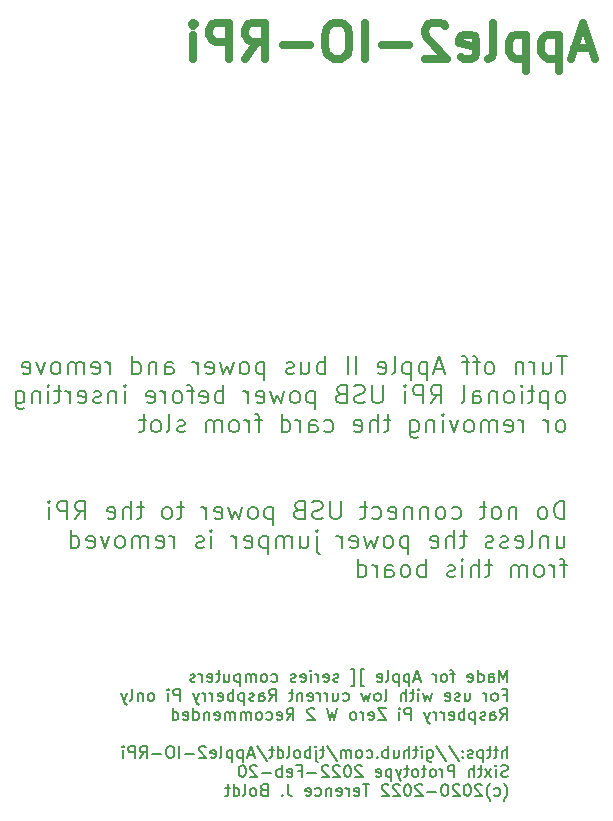
<source format=gbr>
G04 #@! TF.GenerationSoftware,KiCad,Pcbnew,(6.0.2-0)*
G04 #@! TF.CreationDate,2022-03-01T05:34:48-05:00*
G04 #@! TF.ProjectId,Apple2IORPi,4170706c-6532-4494-9f52-50692e6b6963,0.6*
G04 #@! TF.SameCoordinates,Original*
G04 #@! TF.FileFunction,Legend,Bot*
G04 #@! TF.FilePolarity,Positive*
%FSLAX46Y46*%
G04 Gerber Fmt 4.6, Leading zero omitted, Abs format (unit mm)*
G04 Created by KiCad (PCBNEW (6.0.2-0)) date 2022-03-01 05:34:48*
%MOMM*%
%LPD*%
G01*
G04 APERTURE LIST*
%ADD10C,0.635000*%
%ADD11C,0.203200*%
%ADD12C,0.150000*%
G04 APERTURE END LIST*
D10*
X190594342Y-46609000D02*
X189142914Y-46609000D01*
X190884628Y-47479857D02*
X189868628Y-44431857D01*
X188852628Y-47479857D01*
X187836628Y-45447857D02*
X187836628Y-48495857D01*
X187836628Y-45593000D02*
X187546342Y-45447857D01*
X186965771Y-45447857D01*
X186675485Y-45593000D01*
X186530342Y-45738142D01*
X186385200Y-46028428D01*
X186385200Y-46899285D01*
X186530342Y-47189571D01*
X186675485Y-47334714D01*
X186965771Y-47479857D01*
X187546342Y-47479857D01*
X187836628Y-47334714D01*
X185078914Y-45447857D02*
X185078914Y-48495857D01*
X185078914Y-45593000D02*
X184788628Y-45447857D01*
X184208057Y-45447857D01*
X183917771Y-45593000D01*
X183772628Y-45738142D01*
X183627485Y-46028428D01*
X183627485Y-46899285D01*
X183772628Y-47189571D01*
X183917771Y-47334714D01*
X184208057Y-47479857D01*
X184788628Y-47479857D01*
X185078914Y-47334714D01*
X181885771Y-47479857D02*
X182176057Y-47334714D01*
X182321200Y-47044428D01*
X182321200Y-44431857D01*
X179563485Y-47334714D02*
X179853771Y-47479857D01*
X180434342Y-47479857D01*
X180724628Y-47334714D01*
X180869771Y-47044428D01*
X180869771Y-45883285D01*
X180724628Y-45593000D01*
X180434342Y-45447857D01*
X179853771Y-45447857D01*
X179563485Y-45593000D01*
X179418342Y-45883285D01*
X179418342Y-46173571D01*
X180869771Y-46463857D01*
X178257200Y-44722142D02*
X178112057Y-44577000D01*
X177821771Y-44431857D01*
X177096057Y-44431857D01*
X176805771Y-44577000D01*
X176660628Y-44722142D01*
X176515485Y-45012428D01*
X176515485Y-45302714D01*
X176660628Y-45738142D01*
X178402342Y-47479857D01*
X176515485Y-47479857D01*
X175209200Y-46318714D02*
X172886914Y-46318714D01*
X171435485Y-47479857D02*
X171435485Y-44431857D01*
X169403485Y-44431857D02*
X168822914Y-44431857D01*
X168532628Y-44577000D01*
X168242342Y-44867285D01*
X168097200Y-45447857D01*
X168097200Y-46463857D01*
X168242342Y-47044428D01*
X168532628Y-47334714D01*
X168822914Y-47479857D01*
X169403485Y-47479857D01*
X169693771Y-47334714D01*
X169984057Y-47044428D01*
X170129200Y-46463857D01*
X170129200Y-45447857D01*
X169984057Y-44867285D01*
X169693771Y-44577000D01*
X169403485Y-44431857D01*
X166790914Y-46318714D02*
X164468628Y-46318714D01*
X161275485Y-47479857D02*
X162291485Y-46028428D01*
X163017200Y-47479857D02*
X163017200Y-44431857D01*
X161856057Y-44431857D01*
X161565771Y-44577000D01*
X161420628Y-44722142D01*
X161275485Y-45012428D01*
X161275485Y-45447857D01*
X161420628Y-45738142D01*
X161565771Y-45883285D01*
X161856057Y-46028428D01*
X163017200Y-46028428D01*
X159969200Y-47479857D02*
X159969200Y-44431857D01*
X158808057Y-44431857D01*
X158517771Y-44577000D01*
X158372628Y-44722142D01*
X158227485Y-45012428D01*
X158227485Y-45447857D01*
X158372628Y-45738142D01*
X158517771Y-45883285D01*
X158808057Y-46028428D01*
X159969200Y-46028428D01*
X156921200Y-47479857D02*
X156921200Y-45447857D01*
X156921200Y-44431857D02*
X157066342Y-44577000D01*
X156921200Y-44722142D01*
X156776057Y-44577000D01*
X156921200Y-44431857D01*
X156921200Y-44722142D01*
D11*
X188546377Y-72670488D02*
X187675520Y-72670488D01*
X188110948Y-74194488D02*
X188110948Y-72670488D01*
X186514377Y-73178488D02*
X186514377Y-74194488D01*
X187167520Y-73178488D02*
X187167520Y-73976774D01*
X187094948Y-74121917D01*
X186949805Y-74194488D01*
X186732091Y-74194488D01*
X186586948Y-74121917D01*
X186514377Y-74049345D01*
X185788662Y-74194488D02*
X185788662Y-73178488D01*
X185788662Y-73468774D02*
X185716091Y-73323631D01*
X185643520Y-73251060D01*
X185498377Y-73178488D01*
X185353234Y-73178488D01*
X184845234Y-73178488D02*
X184845234Y-74194488D01*
X184845234Y-73323631D02*
X184772662Y-73251060D01*
X184627520Y-73178488D01*
X184409805Y-73178488D01*
X184264662Y-73251060D01*
X184192091Y-73396202D01*
X184192091Y-74194488D01*
X182087520Y-74194488D02*
X182232662Y-74121917D01*
X182305234Y-74049345D01*
X182377805Y-73904202D01*
X182377805Y-73468774D01*
X182305234Y-73323631D01*
X182232662Y-73251060D01*
X182087520Y-73178488D01*
X181869805Y-73178488D01*
X181724662Y-73251060D01*
X181652091Y-73323631D01*
X181579520Y-73468774D01*
X181579520Y-73904202D01*
X181652091Y-74049345D01*
X181724662Y-74121917D01*
X181869805Y-74194488D01*
X182087520Y-74194488D01*
X181144091Y-73178488D02*
X180563520Y-73178488D01*
X180926377Y-74194488D02*
X180926377Y-72888202D01*
X180853805Y-72743060D01*
X180708662Y-72670488D01*
X180563520Y-72670488D01*
X180273234Y-73178488D02*
X179692662Y-73178488D01*
X180055520Y-74194488D02*
X180055520Y-72888202D01*
X179982948Y-72743060D01*
X179837805Y-72670488D01*
X179692662Y-72670488D01*
X178096091Y-73759060D02*
X177370377Y-73759060D01*
X178241234Y-74194488D02*
X177733234Y-72670488D01*
X177225234Y-74194488D01*
X176717234Y-73178488D02*
X176717234Y-74702488D01*
X176717234Y-73251060D02*
X176572091Y-73178488D01*
X176281805Y-73178488D01*
X176136662Y-73251060D01*
X176064091Y-73323631D01*
X175991520Y-73468774D01*
X175991520Y-73904202D01*
X176064091Y-74049345D01*
X176136662Y-74121917D01*
X176281805Y-74194488D01*
X176572091Y-74194488D01*
X176717234Y-74121917D01*
X175338377Y-73178488D02*
X175338377Y-74702488D01*
X175338377Y-73251060D02*
X175193234Y-73178488D01*
X174902948Y-73178488D01*
X174757805Y-73251060D01*
X174685234Y-73323631D01*
X174612662Y-73468774D01*
X174612662Y-73904202D01*
X174685234Y-74049345D01*
X174757805Y-74121917D01*
X174902948Y-74194488D01*
X175193234Y-74194488D01*
X175338377Y-74121917D01*
X173741805Y-74194488D02*
X173886948Y-74121917D01*
X173959520Y-73976774D01*
X173959520Y-72670488D01*
X172580662Y-74121917D02*
X172725805Y-74194488D01*
X173016091Y-74194488D01*
X173161234Y-74121917D01*
X173233805Y-73976774D01*
X173233805Y-73396202D01*
X173161234Y-73251060D01*
X173016091Y-73178488D01*
X172725805Y-73178488D01*
X172580662Y-73251060D01*
X172508091Y-73396202D01*
X172508091Y-73541345D01*
X173233805Y-73686488D01*
X170693805Y-74194488D02*
X170693805Y-72670488D01*
X169968091Y-74194488D02*
X169968091Y-72670488D01*
X168081234Y-74194488D02*
X168081234Y-72670488D01*
X168081234Y-73251060D02*
X167936091Y-73178488D01*
X167645805Y-73178488D01*
X167500662Y-73251060D01*
X167428091Y-73323631D01*
X167355520Y-73468774D01*
X167355520Y-73904202D01*
X167428091Y-74049345D01*
X167500662Y-74121917D01*
X167645805Y-74194488D01*
X167936091Y-74194488D01*
X168081234Y-74121917D01*
X166049234Y-73178488D02*
X166049234Y-74194488D01*
X166702377Y-73178488D02*
X166702377Y-73976774D01*
X166629805Y-74121917D01*
X166484662Y-74194488D01*
X166266948Y-74194488D01*
X166121805Y-74121917D01*
X166049234Y-74049345D01*
X165396091Y-74121917D02*
X165250948Y-74194488D01*
X164960662Y-74194488D01*
X164815520Y-74121917D01*
X164742948Y-73976774D01*
X164742948Y-73904202D01*
X164815520Y-73759060D01*
X164960662Y-73686488D01*
X165178377Y-73686488D01*
X165323520Y-73613917D01*
X165396091Y-73468774D01*
X165396091Y-73396202D01*
X165323520Y-73251060D01*
X165178377Y-73178488D01*
X164960662Y-73178488D01*
X164815520Y-73251060D01*
X162928662Y-73178488D02*
X162928662Y-74702488D01*
X162928662Y-73251060D02*
X162783520Y-73178488D01*
X162493234Y-73178488D01*
X162348091Y-73251060D01*
X162275520Y-73323631D01*
X162202948Y-73468774D01*
X162202948Y-73904202D01*
X162275520Y-74049345D01*
X162348091Y-74121917D01*
X162493234Y-74194488D01*
X162783520Y-74194488D01*
X162928662Y-74121917D01*
X161332091Y-74194488D02*
X161477234Y-74121917D01*
X161549805Y-74049345D01*
X161622377Y-73904202D01*
X161622377Y-73468774D01*
X161549805Y-73323631D01*
X161477234Y-73251060D01*
X161332091Y-73178488D01*
X161114377Y-73178488D01*
X160969234Y-73251060D01*
X160896662Y-73323631D01*
X160824091Y-73468774D01*
X160824091Y-73904202D01*
X160896662Y-74049345D01*
X160969234Y-74121917D01*
X161114377Y-74194488D01*
X161332091Y-74194488D01*
X160316091Y-73178488D02*
X160025805Y-74194488D01*
X159735520Y-73468774D01*
X159445234Y-74194488D01*
X159154948Y-73178488D01*
X157993805Y-74121917D02*
X158138948Y-74194488D01*
X158429234Y-74194488D01*
X158574377Y-74121917D01*
X158646948Y-73976774D01*
X158646948Y-73396202D01*
X158574377Y-73251060D01*
X158429234Y-73178488D01*
X158138948Y-73178488D01*
X157993805Y-73251060D01*
X157921234Y-73396202D01*
X157921234Y-73541345D01*
X158646948Y-73686488D01*
X157268091Y-74194488D02*
X157268091Y-73178488D01*
X157268091Y-73468774D02*
X157195520Y-73323631D01*
X157122948Y-73251060D01*
X156977805Y-73178488D01*
X156832662Y-73178488D01*
X154510377Y-74194488D02*
X154510377Y-73396202D01*
X154582948Y-73251060D01*
X154728091Y-73178488D01*
X155018377Y-73178488D01*
X155163520Y-73251060D01*
X154510377Y-74121917D02*
X154655520Y-74194488D01*
X155018377Y-74194488D01*
X155163520Y-74121917D01*
X155236091Y-73976774D01*
X155236091Y-73831631D01*
X155163520Y-73686488D01*
X155018377Y-73613917D01*
X154655520Y-73613917D01*
X154510377Y-73541345D01*
X153784662Y-73178488D02*
X153784662Y-74194488D01*
X153784662Y-73323631D02*
X153712091Y-73251060D01*
X153566948Y-73178488D01*
X153349234Y-73178488D01*
X153204091Y-73251060D01*
X153131520Y-73396202D01*
X153131520Y-74194488D01*
X151752662Y-74194488D02*
X151752662Y-72670488D01*
X151752662Y-74121917D02*
X151897805Y-74194488D01*
X152188091Y-74194488D01*
X152333234Y-74121917D01*
X152405805Y-74049345D01*
X152478377Y-73904202D01*
X152478377Y-73468774D01*
X152405805Y-73323631D01*
X152333234Y-73251060D01*
X152188091Y-73178488D01*
X151897805Y-73178488D01*
X151752662Y-73251060D01*
X149865805Y-74194488D02*
X149865805Y-73178488D01*
X149865805Y-73468774D02*
X149793234Y-73323631D01*
X149720662Y-73251060D01*
X149575520Y-73178488D01*
X149430377Y-73178488D01*
X148341805Y-74121917D02*
X148486948Y-74194488D01*
X148777234Y-74194488D01*
X148922377Y-74121917D01*
X148994948Y-73976774D01*
X148994948Y-73396202D01*
X148922377Y-73251060D01*
X148777234Y-73178488D01*
X148486948Y-73178488D01*
X148341805Y-73251060D01*
X148269234Y-73396202D01*
X148269234Y-73541345D01*
X148994948Y-73686488D01*
X147616091Y-74194488D02*
X147616091Y-73178488D01*
X147616091Y-73323631D02*
X147543520Y-73251060D01*
X147398377Y-73178488D01*
X147180662Y-73178488D01*
X147035520Y-73251060D01*
X146962948Y-73396202D01*
X146962948Y-74194488D01*
X146962948Y-73396202D02*
X146890377Y-73251060D01*
X146745234Y-73178488D01*
X146527520Y-73178488D01*
X146382377Y-73251060D01*
X146309805Y-73396202D01*
X146309805Y-74194488D01*
X145366377Y-74194488D02*
X145511520Y-74121917D01*
X145584091Y-74049345D01*
X145656662Y-73904202D01*
X145656662Y-73468774D01*
X145584091Y-73323631D01*
X145511520Y-73251060D01*
X145366377Y-73178488D01*
X145148662Y-73178488D01*
X145003520Y-73251060D01*
X144930948Y-73323631D01*
X144858377Y-73468774D01*
X144858377Y-73904202D01*
X144930948Y-74049345D01*
X145003520Y-74121917D01*
X145148662Y-74194488D01*
X145366377Y-74194488D01*
X144350377Y-73178488D02*
X143987520Y-74194488D01*
X143624662Y-73178488D01*
X142463520Y-74121917D02*
X142608662Y-74194488D01*
X142898948Y-74194488D01*
X143044091Y-74121917D01*
X143116662Y-73976774D01*
X143116662Y-73396202D01*
X143044091Y-73251060D01*
X142898948Y-73178488D01*
X142608662Y-73178488D01*
X142463520Y-73251060D01*
X142390948Y-73396202D01*
X142390948Y-73541345D01*
X143116662Y-73686488D01*
X188110948Y-76648128D02*
X188256091Y-76575557D01*
X188328662Y-76502985D01*
X188401234Y-76357842D01*
X188401234Y-75922414D01*
X188328662Y-75777271D01*
X188256091Y-75704700D01*
X188110948Y-75632128D01*
X187893234Y-75632128D01*
X187748091Y-75704700D01*
X187675520Y-75777271D01*
X187602948Y-75922414D01*
X187602948Y-76357842D01*
X187675520Y-76502985D01*
X187748091Y-76575557D01*
X187893234Y-76648128D01*
X188110948Y-76648128D01*
X186949805Y-75632128D02*
X186949805Y-77156128D01*
X186949805Y-75704700D02*
X186804662Y-75632128D01*
X186514377Y-75632128D01*
X186369234Y-75704700D01*
X186296662Y-75777271D01*
X186224091Y-75922414D01*
X186224091Y-76357842D01*
X186296662Y-76502985D01*
X186369234Y-76575557D01*
X186514377Y-76648128D01*
X186804662Y-76648128D01*
X186949805Y-76575557D01*
X185788662Y-75632128D02*
X185208091Y-75632128D01*
X185570948Y-75124128D02*
X185570948Y-76430414D01*
X185498377Y-76575557D01*
X185353234Y-76648128D01*
X185208091Y-76648128D01*
X184700091Y-76648128D02*
X184700091Y-75632128D01*
X184700091Y-75124128D02*
X184772662Y-75196700D01*
X184700091Y-75269271D01*
X184627520Y-75196700D01*
X184700091Y-75124128D01*
X184700091Y-75269271D01*
X183756662Y-76648128D02*
X183901805Y-76575557D01*
X183974377Y-76502985D01*
X184046948Y-76357842D01*
X184046948Y-75922414D01*
X183974377Y-75777271D01*
X183901805Y-75704700D01*
X183756662Y-75632128D01*
X183538948Y-75632128D01*
X183393805Y-75704700D01*
X183321234Y-75777271D01*
X183248662Y-75922414D01*
X183248662Y-76357842D01*
X183321234Y-76502985D01*
X183393805Y-76575557D01*
X183538948Y-76648128D01*
X183756662Y-76648128D01*
X182595520Y-75632128D02*
X182595520Y-76648128D01*
X182595520Y-75777271D02*
X182522948Y-75704700D01*
X182377805Y-75632128D01*
X182160091Y-75632128D01*
X182014948Y-75704700D01*
X181942377Y-75849842D01*
X181942377Y-76648128D01*
X180563520Y-76648128D02*
X180563520Y-75849842D01*
X180636091Y-75704700D01*
X180781234Y-75632128D01*
X181071520Y-75632128D01*
X181216662Y-75704700D01*
X180563520Y-76575557D02*
X180708662Y-76648128D01*
X181071520Y-76648128D01*
X181216662Y-76575557D01*
X181289234Y-76430414D01*
X181289234Y-76285271D01*
X181216662Y-76140128D01*
X181071520Y-76067557D01*
X180708662Y-76067557D01*
X180563520Y-75994985D01*
X179620091Y-76648128D02*
X179765234Y-76575557D01*
X179837805Y-76430414D01*
X179837805Y-75124128D01*
X177007520Y-76648128D02*
X177515520Y-75922414D01*
X177878377Y-76648128D02*
X177878377Y-75124128D01*
X177297805Y-75124128D01*
X177152662Y-75196700D01*
X177080091Y-75269271D01*
X177007520Y-75414414D01*
X177007520Y-75632128D01*
X177080091Y-75777271D01*
X177152662Y-75849842D01*
X177297805Y-75922414D01*
X177878377Y-75922414D01*
X176354377Y-76648128D02*
X176354377Y-75124128D01*
X175773805Y-75124128D01*
X175628662Y-75196700D01*
X175556091Y-75269271D01*
X175483520Y-75414414D01*
X175483520Y-75632128D01*
X175556091Y-75777271D01*
X175628662Y-75849842D01*
X175773805Y-75922414D01*
X176354377Y-75922414D01*
X174830377Y-76648128D02*
X174830377Y-75632128D01*
X174830377Y-75124128D02*
X174902948Y-75196700D01*
X174830377Y-75269271D01*
X174757805Y-75196700D01*
X174830377Y-75124128D01*
X174830377Y-75269271D01*
X172943520Y-75124128D02*
X172943520Y-76357842D01*
X172870948Y-76502985D01*
X172798377Y-76575557D01*
X172653234Y-76648128D01*
X172362948Y-76648128D01*
X172217805Y-76575557D01*
X172145234Y-76502985D01*
X172072662Y-76357842D01*
X172072662Y-75124128D01*
X171419520Y-76575557D02*
X171201805Y-76648128D01*
X170838948Y-76648128D01*
X170693805Y-76575557D01*
X170621234Y-76502985D01*
X170548662Y-76357842D01*
X170548662Y-76212700D01*
X170621234Y-76067557D01*
X170693805Y-75994985D01*
X170838948Y-75922414D01*
X171129234Y-75849842D01*
X171274377Y-75777271D01*
X171346948Y-75704700D01*
X171419520Y-75559557D01*
X171419520Y-75414414D01*
X171346948Y-75269271D01*
X171274377Y-75196700D01*
X171129234Y-75124128D01*
X170766377Y-75124128D01*
X170548662Y-75196700D01*
X169387520Y-75849842D02*
X169169805Y-75922414D01*
X169097234Y-75994985D01*
X169024662Y-76140128D01*
X169024662Y-76357842D01*
X169097234Y-76502985D01*
X169169805Y-76575557D01*
X169314948Y-76648128D01*
X169895520Y-76648128D01*
X169895520Y-75124128D01*
X169387520Y-75124128D01*
X169242377Y-75196700D01*
X169169805Y-75269271D01*
X169097234Y-75414414D01*
X169097234Y-75559557D01*
X169169805Y-75704700D01*
X169242377Y-75777271D01*
X169387520Y-75849842D01*
X169895520Y-75849842D01*
X167210377Y-75632128D02*
X167210377Y-77156128D01*
X167210377Y-75704700D02*
X167065234Y-75632128D01*
X166774948Y-75632128D01*
X166629805Y-75704700D01*
X166557234Y-75777271D01*
X166484662Y-75922414D01*
X166484662Y-76357842D01*
X166557234Y-76502985D01*
X166629805Y-76575557D01*
X166774948Y-76648128D01*
X167065234Y-76648128D01*
X167210377Y-76575557D01*
X165613805Y-76648128D02*
X165758948Y-76575557D01*
X165831520Y-76502985D01*
X165904091Y-76357842D01*
X165904091Y-75922414D01*
X165831520Y-75777271D01*
X165758948Y-75704700D01*
X165613805Y-75632128D01*
X165396091Y-75632128D01*
X165250948Y-75704700D01*
X165178377Y-75777271D01*
X165105805Y-75922414D01*
X165105805Y-76357842D01*
X165178377Y-76502985D01*
X165250948Y-76575557D01*
X165396091Y-76648128D01*
X165613805Y-76648128D01*
X164597805Y-75632128D02*
X164307520Y-76648128D01*
X164017234Y-75922414D01*
X163726948Y-76648128D01*
X163436662Y-75632128D01*
X162275520Y-76575557D02*
X162420662Y-76648128D01*
X162710948Y-76648128D01*
X162856091Y-76575557D01*
X162928662Y-76430414D01*
X162928662Y-75849842D01*
X162856091Y-75704700D01*
X162710948Y-75632128D01*
X162420662Y-75632128D01*
X162275520Y-75704700D01*
X162202948Y-75849842D01*
X162202948Y-75994985D01*
X162928662Y-76140128D01*
X161549805Y-76648128D02*
X161549805Y-75632128D01*
X161549805Y-75922414D02*
X161477234Y-75777271D01*
X161404662Y-75704700D01*
X161259520Y-75632128D01*
X161114377Y-75632128D01*
X159445234Y-76648128D02*
X159445234Y-75124128D01*
X159445234Y-75704700D02*
X159300091Y-75632128D01*
X159009805Y-75632128D01*
X158864662Y-75704700D01*
X158792091Y-75777271D01*
X158719520Y-75922414D01*
X158719520Y-76357842D01*
X158792091Y-76502985D01*
X158864662Y-76575557D01*
X159009805Y-76648128D01*
X159300091Y-76648128D01*
X159445234Y-76575557D01*
X157485805Y-76575557D02*
X157630948Y-76648128D01*
X157921234Y-76648128D01*
X158066377Y-76575557D01*
X158138948Y-76430414D01*
X158138948Y-75849842D01*
X158066377Y-75704700D01*
X157921234Y-75632128D01*
X157630948Y-75632128D01*
X157485805Y-75704700D01*
X157413234Y-75849842D01*
X157413234Y-75994985D01*
X158138948Y-76140128D01*
X156977805Y-75632128D02*
X156397234Y-75632128D01*
X156760091Y-76648128D02*
X156760091Y-75341842D01*
X156687520Y-75196700D01*
X156542377Y-75124128D01*
X156397234Y-75124128D01*
X155671520Y-76648128D02*
X155816662Y-76575557D01*
X155889234Y-76502985D01*
X155961805Y-76357842D01*
X155961805Y-75922414D01*
X155889234Y-75777271D01*
X155816662Y-75704700D01*
X155671520Y-75632128D01*
X155453805Y-75632128D01*
X155308662Y-75704700D01*
X155236091Y-75777271D01*
X155163520Y-75922414D01*
X155163520Y-76357842D01*
X155236091Y-76502985D01*
X155308662Y-76575557D01*
X155453805Y-76648128D01*
X155671520Y-76648128D01*
X154510377Y-76648128D02*
X154510377Y-75632128D01*
X154510377Y-75922414D02*
X154437805Y-75777271D01*
X154365234Y-75704700D01*
X154220091Y-75632128D01*
X154074948Y-75632128D01*
X152986377Y-76575557D02*
X153131520Y-76648128D01*
X153421805Y-76648128D01*
X153566948Y-76575557D01*
X153639520Y-76430414D01*
X153639520Y-75849842D01*
X153566948Y-75704700D01*
X153421805Y-75632128D01*
X153131520Y-75632128D01*
X152986377Y-75704700D01*
X152913805Y-75849842D01*
X152913805Y-75994985D01*
X153639520Y-76140128D01*
X151099520Y-76648128D02*
X151099520Y-75632128D01*
X151099520Y-75124128D02*
X151172091Y-75196700D01*
X151099520Y-75269271D01*
X151026948Y-75196700D01*
X151099520Y-75124128D01*
X151099520Y-75269271D01*
X150373805Y-75632128D02*
X150373805Y-76648128D01*
X150373805Y-75777271D02*
X150301234Y-75704700D01*
X150156091Y-75632128D01*
X149938377Y-75632128D01*
X149793234Y-75704700D01*
X149720662Y-75849842D01*
X149720662Y-76648128D01*
X149067520Y-76575557D02*
X148922377Y-76648128D01*
X148632091Y-76648128D01*
X148486948Y-76575557D01*
X148414377Y-76430414D01*
X148414377Y-76357842D01*
X148486948Y-76212700D01*
X148632091Y-76140128D01*
X148849805Y-76140128D01*
X148994948Y-76067557D01*
X149067520Y-75922414D01*
X149067520Y-75849842D01*
X148994948Y-75704700D01*
X148849805Y-75632128D01*
X148632091Y-75632128D01*
X148486948Y-75704700D01*
X147180662Y-76575557D02*
X147325805Y-76648128D01*
X147616091Y-76648128D01*
X147761234Y-76575557D01*
X147833805Y-76430414D01*
X147833805Y-75849842D01*
X147761234Y-75704700D01*
X147616091Y-75632128D01*
X147325805Y-75632128D01*
X147180662Y-75704700D01*
X147108091Y-75849842D01*
X147108091Y-75994985D01*
X147833805Y-76140128D01*
X146454948Y-76648128D02*
X146454948Y-75632128D01*
X146454948Y-75922414D02*
X146382377Y-75777271D01*
X146309805Y-75704700D01*
X146164662Y-75632128D01*
X146019520Y-75632128D01*
X145729234Y-75632128D02*
X145148662Y-75632128D01*
X145511520Y-75124128D02*
X145511520Y-76430414D01*
X145438948Y-76575557D01*
X145293805Y-76648128D01*
X145148662Y-76648128D01*
X144640662Y-76648128D02*
X144640662Y-75632128D01*
X144640662Y-75124128D02*
X144713234Y-75196700D01*
X144640662Y-75269271D01*
X144568091Y-75196700D01*
X144640662Y-75124128D01*
X144640662Y-75269271D01*
X143914948Y-75632128D02*
X143914948Y-76648128D01*
X143914948Y-75777271D02*
X143842377Y-75704700D01*
X143697234Y-75632128D01*
X143479520Y-75632128D01*
X143334377Y-75704700D01*
X143261805Y-75849842D01*
X143261805Y-76648128D01*
X141882948Y-75632128D02*
X141882948Y-76865842D01*
X141955520Y-77010985D01*
X142028091Y-77083557D01*
X142173234Y-77156128D01*
X142390948Y-77156128D01*
X142536091Y-77083557D01*
X141882948Y-76575557D02*
X142028091Y-76648128D01*
X142318377Y-76648128D01*
X142463520Y-76575557D01*
X142536091Y-76502985D01*
X142608662Y-76357842D01*
X142608662Y-75922414D01*
X142536091Y-75777271D01*
X142463520Y-75704700D01*
X142318377Y-75632128D01*
X142028091Y-75632128D01*
X141882948Y-75704700D01*
X188110948Y-79101768D02*
X188256091Y-79029197D01*
X188328662Y-78956625D01*
X188401234Y-78811482D01*
X188401234Y-78376054D01*
X188328662Y-78230911D01*
X188256091Y-78158340D01*
X188110948Y-78085768D01*
X187893234Y-78085768D01*
X187748091Y-78158340D01*
X187675520Y-78230911D01*
X187602948Y-78376054D01*
X187602948Y-78811482D01*
X187675520Y-78956625D01*
X187748091Y-79029197D01*
X187893234Y-79101768D01*
X188110948Y-79101768D01*
X186949805Y-79101768D02*
X186949805Y-78085768D01*
X186949805Y-78376054D02*
X186877234Y-78230911D01*
X186804662Y-78158340D01*
X186659520Y-78085768D01*
X186514377Y-78085768D01*
X184845234Y-79101768D02*
X184845234Y-78085768D01*
X184845234Y-78376054D02*
X184772662Y-78230911D01*
X184700091Y-78158340D01*
X184554948Y-78085768D01*
X184409805Y-78085768D01*
X183321234Y-79029197D02*
X183466377Y-79101768D01*
X183756662Y-79101768D01*
X183901805Y-79029197D01*
X183974377Y-78884054D01*
X183974377Y-78303482D01*
X183901805Y-78158340D01*
X183756662Y-78085768D01*
X183466377Y-78085768D01*
X183321234Y-78158340D01*
X183248662Y-78303482D01*
X183248662Y-78448625D01*
X183974377Y-78593768D01*
X182595520Y-79101768D02*
X182595520Y-78085768D01*
X182595520Y-78230911D02*
X182522948Y-78158340D01*
X182377805Y-78085768D01*
X182160091Y-78085768D01*
X182014948Y-78158340D01*
X181942377Y-78303482D01*
X181942377Y-79101768D01*
X181942377Y-78303482D02*
X181869805Y-78158340D01*
X181724662Y-78085768D01*
X181506948Y-78085768D01*
X181361805Y-78158340D01*
X181289234Y-78303482D01*
X181289234Y-79101768D01*
X180345805Y-79101768D02*
X180490948Y-79029197D01*
X180563520Y-78956625D01*
X180636091Y-78811482D01*
X180636091Y-78376054D01*
X180563520Y-78230911D01*
X180490948Y-78158340D01*
X180345805Y-78085768D01*
X180128091Y-78085768D01*
X179982948Y-78158340D01*
X179910377Y-78230911D01*
X179837805Y-78376054D01*
X179837805Y-78811482D01*
X179910377Y-78956625D01*
X179982948Y-79029197D01*
X180128091Y-79101768D01*
X180345805Y-79101768D01*
X179329805Y-78085768D02*
X178966948Y-79101768D01*
X178604091Y-78085768D01*
X178023520Y-79101768D02*
X178023520Y-78085768D01*
X178023520Y-77577768D02*
X178096091Y-77650340D01*
X178023520Y-77722911D01*
X177950948Y-77650340D01*
X178023520Y-77577768D01*
X178023520Y-77722911D01*
X177297805Y-78085768D02*
X177297805Y-79101768D01*
X177297805Y-78230911D02*
X177225234Y-78158340D01*
X177080091Y-78085768D01*
X176862377Y-78085768D01*
X176717234Y-78158340D01*
X176644662Y-78303482D01*
X176644662Y-79101768D01*
X175265805Y-78085768D02*
X175265805Y-79319482D01*
X175338377Y-79464625D01*
X175410948Y-79537197D01*
X175556091Y-79609768D01*
X175773805Y-79609768D01*
X175918948Y-79537197D01*
X175265805Y-79029197D02*
X175410948Y-79101768D01*
X175701234Y-79101768D01*
X175846377Y-79029197D01*
X175918948Y-78956625D01*
X175991520Y-78811482D01*
X175991520Y-78376054D01*
X175918948Y-78230911D01*
X175846377Y-78158340D01*
X175701234Y-78085768D01*
X175410948Y-78085768D01*
X175265805Y-78158340D01*
X173596662Y-78085768D02*
X173016091Y-78085768D01*
X173378948Y-77577768D02*
X173378948Y-78884054D01*
X173306377Y-79029197D01*
X173161234Y-79101768D01*
X173016091Y-79101768D01*
X172508091Y-79101768D02*
X172508091Y-77577768D01*
X171854948Y-79101768D02*
X171854948Y-78303482D01*
X171927520Y-78158340D01*
X172072662Y-78085768D01*
X172290377Y-78085768D01*
X172435520Y-78158340D01*
X172508091Y-78230911D01*
X170548662Y-79029197D02*
X170693805Y-79101768D01*
X170984091Y-79101768D01*
X171129234Y-79029197D01*
X171201805Y-78884054D01*
X171201805Y-78303482D01*
X171129234Y-78158340D01*
X170984091Y-78085768D01*
X170693805Y-78085768D01*
X170548662Y-78158340D01*
X170476091Y-78303482D01*
X170476091Y-78448625D01*
X171201805Y-78593768D01*
X168008662Y-79029197D02*
X168153805Y-79101768D01*
X168444091Y-79101768D01*
X168589234Y-79029197D01*
X168661805Y-78956625D01*
X168734377Y-78811482D01*
X168734377Y-78376054D01*
X168661805Y-78230911D01*
X168589234Y-78158340D01*
X168444091Y-78085768D01*
X168153805Y-78085768D01*
X168008662Y-78158340D01*
X166702377Y-79101768D02*
X166702377Y-78303482D01*
X166774948Y-78158340D01*
X166920091Y-78085768D01*
X167210377Y-78085768D01*
X167355520Y-78158340D01*
X166702377Y-79029197D02*
X166847520Y-79101768D01*
X167210377Y-79101768D01*
X167355520Y-79029197D01*
X167428091Y-78884054D01*
X167428091Y-78738911D01*
X167355520Y-78593768D01*
X167210377Y-78521197D01*
X166847520Y-78521197D01*
X166702377Y-78448625D01*
X165976662Y-79101768D02*
X165976662Y-78085768D01*
X165976662Y-78376054D02*
X165904091Y-78230911D01*
X165831520Y-78158340D01*
X165686377Y-78085768D01*
X165541234Y-78085768D01*
X164380091Y-79101768D02*
X164380091Y-77577768D01*
X164380091Y-79029197D02*
X164525234Y-79101768D01*
X164815520Y-79101768D01*
X164960662Y-79029197D01*
X165033234Y-78956625D01*
X165105805Y-78811482D01*
X165105805Y-78376054D01*
X165033234Y-78230911D01*
X164960662Y-78158340D01*
X164815520Y-78085768D01*
X164525234Y-78085768D01*
X164380091Y-78158340D01*
X162710948Y-78085768D02*
X162130377Y-78085768D01*
X162493234Y-79101768D02*
X162493234Y-77795482D01*
X162420662Y-77650340D01*
X162275520Y-77577768D01*
X162130377Y-77577768D01*
X161622377Y-79101768D02*
X161622377Y-78085768D01*
X161622377Y-78376054D02*
X161549805Y-78230911D01*
X161477234Y-78158340D01*
X161332091Y-78085768D01*
X161186948Y-78085768D01*
X160461234Y-79101768D02*
X160606377Y-79029197D01*
X160678948Y-78956625D01*
X160751520Y-78811482D01*
X160751520Y-78376054D01*
X160678948Y-78230911D01*
X160606377Y-78158340D01*
X160461234Y-78085768D01*
X160243520Y-78085768D01*
X160098377Y-78158340D01*
X160025805Y-78230911D01*
X159953234Y-78376054D01*
X159953234Y-78811482D01*
X160025805Y-78956625D01*
X160098377Y-79029197D01*
X160243520Y-79101768D01*
X160461234Y-79101768D01*
X159300091Y-79101768D02*
X159300091Y-78085768D01*
X159300091Y-78230911D02*
X159227520Y-78158340D01*
X159082377Y-78085768D01*
X158864662Y-78085768D01*
X158719520Y-78158340D01*
X158646948Y-78303482D01*
X158646948Y-79101768D01*
X158646948Y-78303482D02*
X158574377Y-78158340D01*
X158429234Y-78085768D01*
X158211520Y-78085768D01*
X158066377Y-78158340D01*
X157993805Y-78303482D01*
X157993805Y-79101768D01*
X156179520Y-79029197D02*
X156034377Y-79101768D01*
X155744091Y-79101768D01*
X155598948Y-79029197D01*
X155526377Y-78884054D01*
X155526377Y-78811482D01*
X155598948Y-78666340D01*
X155744091Y-78593768D01*
X155961805Y-78593768D01*
X156106948Y-78521197D01*
X156179520Y-78376054D01*
X156179520Y-78303482D01*
X156106948Y-78158340D01*
X155961805Y-78085768D01*
X155744091Y-78085768D01*
X155598948Y-78158340D01*
X154655520Y-79101768D02*
X154800662Y-79029197D01*
X154873234Y-78884054D01*
X154873234Y-77577768D01*
X153857234Y-79101768D02*
X154002377Y-79029197D01*
X154074948Y-78956625D01*
X154147520Y-78811482D01*
X154147520Y-78376054D01*
X154074948Y-78230911D01*
X154002377Y-78158340D01*
X153857234Y-78085768D01*
X153639520Y-78085768D01*
X153494377Y-78158340D01*
X153421805Y-78230911D01*
X153349234Y-78376054D01*
X153349234Y-78811482D01*
X153421805Y-78956625D01*
X153494377Y-79029197D01*
X153639520Y-79101768D01*
X153857234Y-79101768D01*
X152913805Y-78085768D02*
X152333234Y-78085768D01*
X152696091Y-77577768D02*
X152696091Y-78884054D01*
X152623520Y-79029197D01*
X152478377Y-79101768D01*
X152333234Y-79101768D01*
X188328662Y-86462688D02*
X188328662Y-84938688D01*
X187965805Y-84938688D01*
X187748091Y-85011260D01*
X187602948Y-85156402D01*
X187530377Y-85301545D01*
X187457805Y-85591831D01*
X187457805Y-85809545D01*
X187530377Y-86099831D01*
X187602948Y-86244974D01*
X187748091Y-86390117D01*
X187965805Y-86462688D01*
X188328662Y-86462688D01*
X186586948Y-86462688D02*
X186732091Y-86390117D01*
X186804662Y-86317545D01*
X186877234Y-86172402D01*
X186877234Y-85736974D01*
X186804662Y-85591831D01*
X186732091Y-85519260D01*
X186586948Y-85446688D01*
X186369234Y-85446688D01*
X186224091Y-85519260D01*
X186151520Y-85591831D01*
X186078948Y-85736974D01*
X186078948Y-86172402D01*
X186151520Y-86317545D01*
X186224091Y-86390117D01*
X186369234Y-86462688D01*
X186586948Y-86462688D01*
X184264662Y-85446688D02*
X184264662Y-86462688D01*
X184264662Y-85591831D02*
X184192091Y-85519260D01*
X184046948Y-85446688D01*
X183829234Y-85446688D01*
X183684091Y-85519260D01*
X183611520Y-85664402D01*
X183611520Y-86462688D01*
X182668091Y-86462688D02*
X182813234Y-86390117D01*
X182885805Y-86317545D01*
X182958377Y-86172402D01*
X182958377Y-85736974D01*
X182885805Y-85591831D01*
X182813234Y-85519260D01*
X182668091Y-85446688D01*
X182450377Y-85446688D01*
X182305234Y-85519260D01*
X182232662Y-85591831D01*
X182160091Y-85736974D01*
X182160091Y-86172402D01*
X182232662Y-86317545D01*
X182305234Y-86390117D01*
X182450377Y-86462688D01*
X182668091Y-86462688D01*
X181724662Y-85446688D02*
X181144091Y-85446688D01*
X181506948Y-84938688D02*
X181506948Y-86244974D01*
X181434377Y-86390117D01*
X181289234Y-86462688D01*
X181144091Y-86462688D01*
X178821805Y-86390117D02*
X178966948Y-86462688D01*
X179257234Y-86462688D01*
X179402377Y-86390117D01*
X179474948Y-86317545D01*
X179547520Y-86172402D01*
X179547520Y-85736974D01*
X179474948Y-85591831D01*
X179402377Y-85519260D01*
X179257234Y-85446688D01*
X178966948Y-85446688D01*
X178821805Y-85519260D01*
X177950948Y-86462688D02*
X178096091Y-86390117D01*
X178168662Y-86317545D01*
X178241234Y-86172402D01*
X178241234Y-85736974D01*
X178168662Y-85591831D01*
X178096091Y-85519260D01*
X177950948Y-85446688D01*
X177733234Y-85446688D01*
X177588091Y-85519260D01*
X177515520Y-85591831D01*
X177442948Y-85736974D01*
X177442948Y-86172402D01*
X177515520Y-86317545D01*
X177588091Y-86390117D01*
X177733234Y-86462688D01*
X177950948Y-86462688D01*
X176789805Y-85446688D02*
X176789805Y-86462688D01*
X176789805Y-85591831D02*
X176717234Y-85519260D01*
X176572091Y-85446688D01*
X176354377Y-85446688D01*
X176209234Y-85519260D01*
X176136662Y-85664402D01*
X176136662Y-86462688D01*
X175410948Y-85446688D02*
X175410948Y-86462688D01*
X175410948Y-85591831D02*
X175338377Y-85519260D01*
X175193234Y-85446688D01*
X174975520Y-85446688D01*
X174830377Y-85519260D01*
X174757805Y-85664402D01*
X174757805Y-86462688D01*
X173451520Y-86390117D02*
X173596662Y-86462688D01*
X173886948Y-86462688D01*
X174032091Y-86390117D01*
X174104662Y-86244974D01*
X174104662Y-85664402D01*
X174032091Y-85519260D01*
X173886948Y-85446688D01*
X173596662Y-85446688D01*
X173451520Y-85519260D01*
X173378948Y-85664402D01*
X173378948Y-85809545D01*
X174104662Y-85954688D01*
X172072662Y-86390117D02*
X172217805Y-86462688D01*
X172508091Y-86462688D01*
X172653234Y-86390117D01*
X172725805Y-86317545D01*
X172798377Y-86172402D01*
X172798377Y-85736974D01*
X172725805Y-85591831D01*
X172653234Y-85519260D01*
X172508091Y-85446688D01*
X172217805Y-85446688D01*
X172072662Y-85519260D01*
X171637234Y-85446688D02*
X171056662Y-85446688D01*
X171419520Y-84938688D02*
X171419520Y-86244974D01*
X171346948Y-86390117D01*
X171201805Y-86462688D01*
X171056662Y-86462688D01*
X169387520Y-84938688D02*
X169387520Y-86172402D01*
X169314948Y-86317545D01*
X169242377Y-86390117D01*
X169097234Y-86462688D01*
X168806948Y-86462688D01*
X168661805Y-86390117D01*
X168589234Y-86317545D01*
X168516662Y-86172402D01*
X168516662Y-84938688D01*
X167863520Y-86390117D02*
X167645805Y-86462688D01*
X167282948Y-86462688D01*
X167137805Y-86390117D01*
X167065234Y-86317545D01*
X166992662Y-86172402D01*
X166992662Y-86027260D01*
X167065234Y-85882117D01*
X167137805Y-85809545D01*
X167282948Y-85736974D01*
X167573234Y-85664402D01*
X167718377Y-85591831D01*
X167790948Y-85519260D01*
X167863520Y-85374117D01*
X167863520Y-85228974D01*
X167790948Y-85083831D01*
X167718377Y-85011260D01*
X167573234Y-84938688D01*
X167210377Y-84938688D01*
X166992662Y-85011260D01*
X165831520Y-85664402D02*
X165613805Y-85736974D01*
X165541234Y-85809545D01*
X165468662Y-85954688D01*
X165468662Y-86172402D01*
X165541234Y-86317545D01*
X165613805Y-86390117D01*
X165758948Y-86462688D01*
X166339520Y-86462688D01*
X166339520Y-84938688D01*
X165831520Y-84938688D01*
X165686377Y-85011260D01*
X165613805Y-85083831D01*
X165541234Y-85228974D01*
X165541234Y-85374117D01*
X165613805Y-85519260D01*
X165686377Y-85591831D01*
X165831520Y-85664402D01*
X166339520Y-85664402D01*
X163654377Y-85446688D02*
X163654377Y-86970688D01*
X163654377Y-85519260D02*
X163509234Y-85446688D01*
X163218948Y-85446688D01*
X163073805Y-85519260D01*
X163001234Y-85591831D01*
X162928662Y-85736974D01*
X162928662Y-86172402D01*
X163001234Y-86317545D01*
X163073805Y-86390117D01*
X163218948Y-86462688D01*
X163509234Y-86462688D01*
X163654377Y-86390117D01*
X162057805Y-86462688D02*
X162202948Y-86390117D01*
X162275520Y-86317545D01*
X162348091Y-86172402D01*
X162348091Y-85736974D01*
X162275520Y-85591831D01*
X162202948Y-85519260D01*
X162057805Y-85446688D01*
X161840091Y-85446688D01*
X161694948Y-85519260D01*
X161622377Y-85591831D01*
X161549805Y-85736974D01*
X161549805Y-86172402D01*
X161622377Y-86317545D01*
X161694948Y-86390117D01*
X161840091Y-86462688D01*
X162057805Y-86462688D01*
X161041805Y-85446688D02*
X160751520Y-86462688D01*
X160461234Y-85736974D01*
X160170948Y-86462688D01*
X159880662Y-85446688D01*
X158719520Y-86390117D02*
X158864662Y-86462688D01*
X159154948Y-86462688D01*
X159300091Y-86390117D01*
X159372662Y-86244974D01*
X159372662Y-85664402D01*
X159300091Y-85519260D01*
X159154948Y-85446688D01*
X158864662Y-85446688D01*
X158719520Y-85519260D01*
X158646948Y-85664402D01*
X158646948Y-85809545D01*
X159372662Y-85954688D01*
X157993805Y-86462688D02*
X157993805Y-85446688D01*
X157993805Y-85736974D02*
X157921234Y-85591831D01*
X157848662Y-85519260D01*
X157703520Y-85446688D01*
X157558377Y-85446688D01*
X156106948Y-85446688D02*
X155526377Y-85446688D01*
X155889234Y-84938688D02*
X155889234Y-86244974D01*
X155816662Y-86390117D01*
X155671520Y-86462688D01*
X155526377Y-86462688D01*
X154800662Y-86462688D02*
X154945805Y-86390117D01*
X155018377Y-86317545D01*
X155090948Y-86172402D01*
X155090948Y-85736974D01*
X155018377Y-85591831D01*
X154945805Y-85519260D01*
X154800662Y-85446688D01*
X154582948Y-85446688D01*
X154437805Y-85519260D01*
X154365234Y-85591831D01*
X154292662Y-85736974D01*
X154292662Y-86172402D01*
X154365234Y-86317545D01*
X154437805Y-86390117D01*
X154582948Y-86462688D01*
X154800662Y-86462688D01*
X152696091Y-85446688D02*
X152115520Y-85446688D01*
X152478377Y-84938688D02*
X152478377Y-86244974D01*
X152405805Y-86390117D01*
X152260662Y-86462688D01*
X152115520Y-86462688D01*
X151607520Y-86462688D02*
X151607520Y-84938688D01*
X150954377Y-86462688D02*
X150954377Y-85664402D01*
X151026948Y-85519260D01*
X151172091Y-85446688D01*
X151389805Y-85446688D01*
X151534948Y-85519260D01*
X151607520Y-85591831D01*
X149648091Y-86390117D02*
X149793234Y-86462688D01*
X150083520Y-86462688D01*
X150228662Y-86390117D01*
X150301234Y-86244974D01*
X150301234Y-85664402D01*
X150228662Y-85519260D01*
X150083520Y-85446688D01*
X149793234Y-85446688D01*
X149648091Y-85519260D01*
X149575520Y-85664402D01*
X149575520Y-85809545D01*
X150301234Y-85954688D01*
X146890377Y-86462688D02*
X147398377Y-85736974D01*
X147761234Y-86462688D02*
X147761234Y-84938688D01*
X147180662Y-84938688D01*
X147035520Y-85011260D01*
X146962948Y-85083831D01*
X146890377Y-85228974D01*
X146890377Y-85446688D01*
X146962948Y-85591831D01*
X147035520Y-85664402D01*
X147180662Y-85736974D01*
X147761234Y-85736974D01*
X146237234Y-86462688D02*
X146237234Y-84938688D01*
X145656662Y-84938688D01*
X145511520Y-85011260D01*
X145438948Y-85083831D01*
X145366377Y-85228974D01*
X145366377Y-85446688D01*
X145438948Y-85591831D01*
X145511520Y-85664402D01*
X145656662Y-85736974D01*
X146237234Y-85736974D01*
X144713234Y-86462688D02*
X144713234Y-85446688D01*
X144713234Y-84938688D02*
X144785805Y-85011260D01*
X144713234Y-85083831D01*
X144640662Y-85011260D01*
X144713234Y-84938688D01*
X144713234Y-85083831D01*
X187675520Y-87900328D02*
X187675520Y-88916328D01*
X188328662Y-87900328D02*
X188328662Y-88698614D01*
X188256091Y-88843757D01*
X188110948Y-88916328D01*
X187893234Y-88916328D01*
X187748091Y-88843757D01*
X187675520Y-88771185D01*
X186949805Y-87900328D02*
X186949805Y-88916328D01*
X186949805Y-88045471D02*
X186877234Y-87972900D01*
X186732091Y-87900328D01*
X186514377Y-87900328D01*
X186369234Y-87972900D01*
X186296662Y-88118042D01*
X186296662Y-88916328D01*
X185353234Y-88916328D02*
X185498377Y-88843757D01*
X185570948Y-88698614D01*
X185570948Y-87392328D01*
X184192091Y-88843757D02*
X184337234Y-88916328D01*
X184627520Y-88916328D01*
X184772662Y-88843757D01*
X184845234Y-88698614D01*
X184845234Y-88118042D01*
X184772662Y-87972900D01*
X184627520Y-87900328D01*
X184337234Y-87900328D01*
X184192091Y-87972900D01*
X184119520Y-88118042D01*
X184119520Y-88263185D01*
X184845234Y-88408328D01*
X183538948Y-88843757D02*
X183393805Y-88916328D01*
X183103520Y-88916328D01*
X182958377Y-88843757D01*
X182885805Y-88698614D01*
X182885805Y-88626042D01*
X182958377Y-88480900D01*
X183103520Y-88408328D01*
X183321234Y-88408328D01*
X183466377Y-88335757D01*
X183538948Y-88190614D01*
X183538948Y-88118042D01*
X183466377Y-87972900D01*
X183321234Y-87900328D01*
X183103520Y-87900328D01*
X182958377Y-87972900D01*
X182305234Y-88843757D02*
X182160091Y-88916328D01*
X181869805Y-88916328D01*
X181724662Y-88843757D01*
X181652091Y-88698614D01*
X181652091Y-88626042D01*
X181724662Y-88480900D01*
X181869805Y-88408328D01*
X182087520Y-88408328D01*
X182232662Y-88335757D01*
X182305234Y-88190614D01*
X182305234Y-88118042D01*
X182232662Y-87972900D01*
X182087520Y-87900328D01*
X181869805Y-87900328D01*
X181724662Y-87972900D01*
X180055520Y-87900328D02*
X179474948Y-87900328D01*
X179837805Y-87392328D02*
X179837805Y-88698614D01*
X179765234Y-88843757D01*
X179620091Y-88916328D01*
X179474948Y-88916328D01*
X178966948Y-88916328D02*
X178966948Y-87392328D01*
X178313805Y-88916328D02*
X178313805Y-88118042D01*
X178386377Y-87972900D01*
X178531520Y-87900328D01*
X178749234Y-87900328D01*
X178894377Y-87972900D01*
X178966948Y-88045471D01*
X177007520Y-88843757D02*
X177152662Y-88916328D01*
X177442948Y-88916328D01*
X177588091Y-88843757D01*
X177660662Y-88698614D01*
X177660662Y-88118042D01*
X177588091Y-87972900D01*
X177442948Y-87900328D01*
X177152662Y-87900328D01*
X177007520Y-87972900D01*
X176934948Y-88118042D01*
X176934948Y-88263185D01*
X177660662Y-88408328D01*
X175120662Y-87900328D02*
X175120662Y-89424328D01*
X175120662Y-87972900D02*
X174975520Y-87900328D01*
X174685234Y-87900328D01*
X174540091Y-87972900D01*
X174467520Y-88045471D01*
X174394948Y-88190614D01*
X174394948Y-88626042D01*
X174467520Y-88771185D01*
X174540091Y-88843757D01*
X174685234Y-88916328D01*
X174975520Y-88916328D01*
X175120662Y-88843757D01*
X173524091Y-88916328D02*
X173669234Y-88843757D01*
X173741805Y-88771185D01*
X173814377Y-88626042D01*
X173814377Y-88190614D01*
X173741805Y-88045471D01*
X173669234Y-87972900D01*
X173524091Y-87900328D01*
X173306377Y-87900328D01*
X173161234Y-87972900D01*
X173088662Y-88045471D01*
X173016091Y-88190614D01*
X173016091Y-88626042D01*
X173088662Y-88771185D01*
X173161234Y-88843757D01*
X173306377Y-88916328D01*
X173524091Y-88916328D01*
X172508091Y-87900328D02*
X172217805Y-88916328D01*
X171927520Y-88190614D01*
X171637234Y-88916328D01*
X171346948Y-87900328D01*
X170185805Y-88843757D02*
X170330948Y-88916328D01*
X170621234Y-88916328D01*
X170766377Y-88843757D01*
X170838948Y-88698614D01*
X170838948Y-88118042D01*
X170766377Y-87972900D01*
X170621234Y-87900328D01*
X170330948Y-87900328D01*
X170185805Y-87972900D01*
X170113234Y-88118042D01*
X170113234Y-88263185D01*
X170838948Y-88408328D01*
X169460091Y-88916328D02*
X169460091Y-87900328D01*
X169460091Y-88190614D02*
X169387520Y-88045471D01*
X169314948Y-87972900D01*
X169169805Y-87900328D01*
X169024662Y-87900328D01*
X167355520Y-87900328D02*
X167355520Y-89206614D01*
X167428091Y-89351757D01*
X167573234Y-89424328D01*
X167645805Y-89424328D01*
X167355520Y-87392328D02*
X167428091Y-87464900D01*
X167355520Y-87537471D01*
X167282948Y-87464900D01*
X167355520Y-87392328D01*
X167355520Y-87537471D01*
X165976662Y-87900328D02*
X165976662Y-88916328D01*
X166629805Y-87900328D02*
X166629805Y-88698614D01*
X166557234Y-88843757D01*
X166412091Y-88916328D01*
X166194377Y-88916328D01*
X166049234Y-88843757D01*
X165976662Y-88771185D01*
X165250948Y-88916328D02*
X165250948Y-87900328D01*
X165250948Y-88045471D02*
X165178377Y-87972900D01*
X165033234Y-87900328D01*
X164815520Y-87900328D01*
X164670377Y-87972900D01*
X164597805Y-88118042D01*
X164597805Y-88916328D01*
X164597805Y-88118042D02*
X164525234Y-87972900D01*
X164380091Y-87900328D01*
X164162377Y-87900328D01*
X164017234Y-87972900D01*
X163944662Y-88118042D01*
X163944662Y-88916328D01*
X163218948Y-87900328D02*
X163218948Y-89424328D01*
X163218948Y-87972900D02*
X163073805Y-87900328D01*
X162783520Y-87900328D01*
X162638377Y-87972900D01*
X162565805Y-88045471D01*
X162493234Y-88190614D01*
X162493234Y-88626042D01*
X162565805Y-88771185D01*
X162638377Y-88843757D01*
X162783520Y-88916328D01*
X163073805Y-88916328D01*
X163218948Y-88843757D01*
X161259520Y-88843757D02*
X161404662Y-88916328D01*
X161694948Y-88916328D01*
X161840091Y-88843757D01*
X161912662Y-88698614D01*
X161912662Y-88118042D01*
X161840091Y-87972900D01*
X161694948Y-87900328D01*
X161404662Y-87900328D01*
X161259520Y-87972900D01*
X161186948Y-88118042D01*
X161186948Y-88263185D01*
X161912662Y-88408328D01*
X160533805Y-88916328D02*
X160533805Y-87900328D01*
X160533805Y-88190614D02*
X160461234Y-88045471D01*
X160388662Y-87972900D01*
X160243520Y-87900328D01*
X160098377Y-87900328D01*
X158429234Y-88916328D02*
X158429234Y-87900328D01*
X158429234Y-87392328D02*
X158501805Y-87464900D01*
X158429234Y-87537471D01*
X158356662Y-87464900D01*
X158429234Y-87392328D01*
X158429234Y-87537471D01*
X157776091Y-88843757D02*
X157630948Y-88916328D01*
X157340662Y-88916328D01*
X157195520Y-88843757D01*
X157122948Y-88698614D01*
X157122948Y-88626042D01*
X157195520Y-88480900D01*
X157340662Y-88408328D01*
X157558377Y-88408328D01*
X157703520Y-88335757D01*
X157776091Y-88190614D01*
X157776091Y-88118042D01*
X157703520Y-87972900D01*
X157558377Y-87900328D01*
X157340662Y-87900328D01*
X157195520Y-87972900D01*
X155308662Y-88916328D02*
X155308662Y-87900328D01*
X155308662Y-88190614D02*
X155236091Y-88045471D01*
X155163520Y-87972900D01*
X155018377Y-87900328D01*
X154873234Y-87900328D01*
X153784662Y-88843757D02*
X153929805Y-88916328D01*
X154220091Y-88916328D01*
X154365234Y-88843757D01*
X154437805Y-88698614D01*
X154437805Y-88118042D01*
X154365234Y-87972900D01*
X154220091Y-87900328D01*
X153929805Y-87900328D01*
X153784662Y-87972900D01*
X153712091Y-88118042D01*
X153712091Y-88263185D01*
X154437805Y-88408328D01*
X153058948Y-88916328D02*
X153058948Y-87900328D01*
X153058948Y-88045471D02*
X152986377Y-87972900D01*
X152841234Y-87900328D01*
X152623520Y-87900328D01*
X152478377Y-87972900D01*
X152405805Y-88118042D01*
X152405805Y-88916328D01*
X152405805Y-88118042D02*
X152333234Y-87972900D01*
X152188091Y-87900328D01*
X151970377Y-87900328D01*
X151825234Y-87972900D01*
X151752662Y-88118042D01*
X151752662Y-88916328D01*
X150809234Y-88916328D02*
X150954377Y-88843757D01*
X151026948Y-88771185D01*
X151099520Y-88626042D01*
X151099520Y-88190614D01*
X151026948Y-88045471D01*
X150954377Y-87972900D01*
X150809234Y-87900328D01*
X150591520Y-87900328D01*
X150446377Y-87972900D01*
X150373805Y-88045471D01*
X150301234Y-88190614D01*
X150301234Y-88626042D01*
X150373805Y-88771185D01*
X150446377Y-88843757D01*
X150591520Y-88916328D01*
X150809234Y-88916328D01*
X149793234Y-87900328D02*
X149430377Y-88916328D01*
X149067520Y-87900328D01*
X147906377Y-88843757D02*
X148051520Y-88916328D01*
X148341805Y-88916328D01*
X148486948Y-88843757D01*
X148559520Y-88698614D01*
X148559520Y-88118042D01*
X148486948Y-87972900D01*
X148341805Y-87900328D01*
X148051520Y-87900328D01*
X147906377Y-87972900D01*
X147833805Y-88118042D01*
X147833805Y-88263185D01*
X148559520Y-88408328D01*
X146527520Y-88916328D02*
X146527520Y-87392328D01*
X146527520Y-88843757D02*
X146672662Y-88916328D01*
X146962948Y-88916328D01*
X147108091Y-88843757D01*
X147180662Y-88771185D01*
X147253234Y-88626042D01*
X147253234Y-88190614D01*
X147180662Y-88045471D01*
X147108091Y-87972900D01*
X146962948Y-87900328D01*
X146672662Y-87900328D01*
X146527520Y-87972900D01*
X188546377Y-90353968D02*
X187965805Y-90353968D01*
X188328662Y-91369968D02*
X188328662Y-90063682D01*
X188256091Y-89918540D01*
X188110948Y-89845968D01*
X187965805Y-89845968D01*
X187457805Y-91369968D02*
X187457805Y-90353968D01*
X187457805Y-90644254D02*
X187385234Y-90499111D01*
X187312662Y-90426540D01*
X187167520Y-90353968D01*
X187022377Y-90353968D01*
X186296662Y-91369968D02*
X186441805Y-91297397D01*
X186514377Y-91224825D01*
X186586948Y-91079682D01*
X186586948Y-90644254D01*
X186514377Y-90499111D01*
X186441805Y-90426540D01*
X186296662Y-90353968D01*
X186078948Y-90353968D01*
X185933805Y-90426540D01*
X185861234Y-90499111D01*
X185788662Y-90644254D01*
X185788662Y-91079682D01*
X185861234Y-91224825D01*
X185933805Y-91297397D01*
X186078948Y-91369968D01*
X186296662Y-91369968D01*
X185135520Y-91369968D02*
X185135520Y-90353968D01*
X185135520Y-90499111D02*
X185062948Y-90426540D01*
X184917805Y-90353968D01*
X184700091Y-90353968D01*
X184554948Y-90426540D01*
X184482377Y-90571682D01*
X184482377Y-91369968D01*
X184482377Y-90571682D02*
X184409805Y-90426540D01*
X184264662Y-90353968D01*
X184046948Y-90353968D01*
X183901805Y-90426540D01*
X183829234Y-90571682D01*
X183829234Y-91369968D01*
X182160091Y-90353968D02*
X181579520Y-90353968D01*
X181942377Y-89845968D02*
X181942377Y-91152254D01*
X181869805Y-91297397D01*
X181724662Y-91369968D01*
X181579520Y-91369968D01*
X181071520Y-91369968D02*
X181071520Y-89845968D01*
X180418377Y-91369968D02*
X180418377Y-90571682D01*
X180490948Y-90426540D01*
X180636091Y-90353968D01*
X180853805Y-90353968D01*
X180998948Y-90426540D01*
X181071520Y-90499111D01*
X179692662Y-91369968D02*
X179692662Y-90353968D01*
X179692662Y-89845968D02*
X179765234Y-89918540D01*
X179692662Y-89991111D01*
X179620091Y-89918540D01*
X179692662Y-89845968D01*
X179692662Y-89991111D01*
X179039520Y-91297397D02*
X178894377Y-91369968D01*
X178604091Y-91369968D01*
X178458948Y-91297397D01*
X178386377Y-91152254D01*
X178386377Y-91079682D01*
X178458948Y-90934540D01*
X178604091Y-90861968D01*
X178821805Y-90861968D01*
X178966948Y-90789397D01*
X179039520Y-90644254D01*
X179039520Y-90571682D01*
X178966948Y-90426540D01*
X178821805Y-90353968D01*
X178604091Y-90353968D01*
X178458948Y-90426540D01*
X176572091Y-91369968D02*
X176572091Y-89845968D01*
X176572091Y-90426540D02*
X176426948Y-90353968D01*
X176136662Y-90353968D01*
X175991520Y-90426540D01*
X175918948Y-90499111D01*
X175846377Y-90644254D01*
X175846377Y-91079682D01*
X175918948Y-91224825D01*
X175991520Y-91297397D01*
X176136662Y-91369968D01*
X176426948Y-91369968D01*
X176572091Y-91297397D01*
X174975520Y-91369968D02*
X175120662Y-91297397D01*
X175193234Y-91224825D01*
X175265805Y-91079682D01*
X175265805Y-90644254D01*
X175193234Y-90499111D01*
X175120662Y-90426540D01*
X174975520Y-90353968D01*
X174757805Y-90353968D01*
X174612662Y-90426540D01*
X174540091Y-90499111D01*
X174467520Y-90644254D01*
X174467520Y-91079682D01*
X174540091Y-91224825D01*
X174612662Y-91297397D01*
X174757805Y-91369968D01*
X174975520Y-91369968D01*
X173161234Y-91369968D02*
X173161234Y-90571682D01*
X173233805Y-90426540D01*
X173378948Y-90353968D01*
X173669234Y-90353968D01*
X173814377Y-90426540D01*
X173161234Y-91297397D02*
X173306377Y-91369968D01*
X173669234Y-91369968D01*
X173814377Y-91297397D01*
X173886948Y-91152254D01*
X173886948Y-91007111D01*
X173814377Y-90861968D01*
X173669234Y-90789397D01*
X173306377Y-90789397D01*
X173161234Y-90716825D01*
X172435520Y-91369968D02*
X172435520Y-90353968D01*
X172435520Y-90644254D02*
X172362948Y-90499111D01*
X172290377Y-90426540D01*
X172145234Y-90353968D01*
X172000091Y-90353968D01*
X170838948Y-91369968D02*
X170838948Y-89845968D01*
X170838948Y-91297397D02*
X170984091Y-91369968D01*
X171274377Y-91369968D01*
X171419520Y-91297397D01*
X171492091Y-91224825D01*
X171564662Y-91079682D01*
X171564662Y-90644254D01*
X171492091Y-90499111D01*
X171419520Y-90426540D01*
X171274377Y-90353968D01*
X170984091Y-90353968D01*
X170838948Y-90426540D01*
D12*
X183484204Y-100244980D02*
X183484204Y-99244980D01*
X183150871Y-99959266D01*
X182817538Y-99244980D01*
X182817538Y-100244980D01*
X181912776Y-100244980D02*
X181912776Y-99721171D01*
X181960395Y-99625933D01*
X182055633Y-99578314D01*
X182246109Y-99578314D01*
X182341347Y-99625933D01*
X181912776Y-100197361D02*
X182008014Y-100244980D01*
X182246109Y-100244980D01*
X182341347Y-100197361D01*
X182388966Y-100102123D01*
X182388966Y-100006885D01*
X182341347Y-99911647D01*
X182246109Y-99864028D01*
X182008014Y-99864028D01*
X181912776Y-99816409D01*
X181008014Y-100244980D02*
X181008014Y-99244980D01*
X181008014Y-100197361D02*
X181103252Y-100244980D01*
X181293728Y-100244980D01*
X181388966Y-100197361D01*
X181436585Y-100149742D01*
X181484204Y-100054504D01*
X181484204Y-99768790D01*
X181436585Y-99673552D01*
X181388966Y-99625933D01*
X181293728Y-99578314D01*
X181103252Y-99578314D01*
X181008014Y-99625933D01*
X180150871Y-100197361D02*
X180246109Y-100244980D01*
X180436585Y-100244980D01*
X180531823Y-100197361D01*
X180579442Y-100102123D01*
X180579442Y-99721171D01*
X180531823Y-99625933D01*
X180436585Y-99578314D01*
X180246109Y-99578314D01*
X180150871Y-99625933D01*
X180103252Y-99721171D01*
X180103252Y-99816409D01*
X180579442Y-99911647D01*
X179055633Y-99578314D02*
X178674680Y-99578314D01*
X178912776Y-100244980D02*
X178912776Y-99387838D01*
X178865157Y-99292600D01*
X178769919Y-99244980D01*
X178674680Y-99244980D01*
X178198490Y-100244980D02*
X178293728Y-100197361D01*
X178341347Y-100149742D01*
X178388966Y-100054504D01*
X178388966Y-99768790D01*
X178341347Y-99673552D01*
X178293728Y-99625933D01*
X178198490Y-99578314D01*
X178055633Y-99578314D01*
X177960395Y-99625933D01*
X177912776Y-99673552D01*
X177865157Y-99768790D01*
X177865157Y-100054504D01*
X177912776Y-100149742D01*
X177960395Y-100197361D01*
X178055633Y-100244980D01*
X178198490Y-100244980D01*
X177436585Y-100244980D02*
X177436585Y-99578314D01*
X177436585Y-99768790D02*
X177388966Y-99673552D01*
X177341347Y-99625933D01*
X177246109Y-99578314D01*
X177150871Y-99578314D01*
X176103252Y-99959266D02*
X175627061Y-99959266D01*
X176198490Y-100244980D02*
X175865157Y-99244980D01*
X175531823Y-100244980D01*
X175198490Y-99578314D02*
X175198490Y-100578314D01*
X175198490Y-99625933D02*
X175103252Y-99578314D01*
X174912776Y-99578314D01*
X174817538Y-99625933D01*
X174769919Y-99673552D01*
X174722300Y-99768790D01*
X174722300Y-100054504D01*
X174769919Y-100149742D01*
X174817538Y-100197361D01*
X174912776Y-100244980D01*
X175103252Y-100244980D01*
X175198490Y-100197361D01*
X174293728Y-99578314D02*
X174293728Y-100578314D01*
X174293728Y-99625933D02*
X174198490Y-99578314D01*
X174008014Y-99578314D01*
X173912776Y-99625933D01*
X173865157Y-99673552D01*
X173817538Y-99768790D01*
X173817538Y-100054504D01*
X173865157Y-100149742D01*
X173912776Y-100197361D01*
X174008014Y-100244980D01*
X174198490Y-100244980D01*
X174293728Y-100197361D01*
X173246109Y-100244980D02*
X173341347Y-100197361D01*
X173388966Y-100102123D01*
X173388966Y-99244980D01*
X172484204Y-100197361D02*
X172579442Y-100244980D01*
X172769919Y-100244980D01*
X172865157Y-100197361D01*
X172912776Y-100102123D01*
X172912776Y-99721171D01*
X172865157Y-99625933D01*
X172769919Y-99578314D01*
X172579442Y-99578314D01*
X172484204Y-99625933D01*
X172436585Y-99721171D01*
X172436585Y-99816409D01*
X172912776Y-99911647D01*
X171341347Y-100578314D02*
X171103252Y-100578314D01*
X171103252Y-99149742D01*
X171341347Y-99149742D01*
X170293728Y-100578314D02*
X170531823Y-100578314D01*
X170531823Y-99149742D01*
X170293728Y-99149742D01*
X169198490Y-100197361D02*
X169103252Y-100244980D01*
X168912776Y-100244980D01*
X168817538Y-100197361D01*
X168769919Y-100102123D01*
X168769919Y-100054504D01*
X168817538Y-99959266D01*
X168912776Y-99911647D01*
X169055633Y-99911647D01*
X169150871Y-99864028D01*
X169198490Y-99768790D01*
X169198490Y-99721171D01*
X169150871Y-99625933D01*
X169055633Y-99578314D01*
X168912776Y-99578314D01*
X168817538Y-99625933D01*
X167960395Y-100197361D02*
X168055633Y-100244980D01*
X168246109Y-100244980D01*
X168341347Y-100197361D01*
X168388966Y-100102123D01*
X168388966Y-99721171D01*
X168341347Y-99625933D01*
X168246109Y-99578314D01*
X168055633Y-99578314D01*
X167960395Y-99625933D01*
X167912776Y-99721171D01*
X167912776Y-99816409D01*
X168388966Y-99911647D01*
X167484204Y-100244980D02*
X167484204Y-99578314D01*
X167484204Y-99768790D02*
X167436585Y-99673552D01*
X167388966Y-99625933D01*
X167293728Y-99578314D01*
X167198490Y-99578314D01*
X166865157Y-100244980D02*
X166865157Y-99578314D01*
X166865157Y-99244980D02*
X166912776Y-99292600D01*
X166865157Y-99340219D01*
X166817538Y-99292600D01*
X166865157Y-99244980D01*
X166865157Y-99340219D01*
X166008014Y-100197361D02*
X166103252Y-100244980D01*
X166293728Y-100244980D01*
X166388966Y-100197361D01*
X166436585Y-100102123D01*
X166436585Y-99721171D01*
X166388966Y-99625933D01*
X166293728Y-99578314D01*
X166103252Y-99578314D01*
X166008014Y-99625933D01*
X165960395Y-99721171D01*
X165960395Y-99816409D01*
X166436585Y-99911647D01*
X165579442Y-100197361D02*
X165484204Y-100244980D01*
X165293728Y-100244980D01*
X165198490Y-100197361D01*
X165150871Y-100102123D01*
X165150871Y-100054504D01*
X165198490Y-99959266D01*
X165293728Y-99911647D01*
X165436585Y-99911647D01*
X165531823Y-99864028D01*
X165579442Y-99768790D01*
X165579442Y-99721171D01*
X165531823Y-99625933D01*
X165436585Y-99578314D01*
X165293728Y-99578314D01*
X165198490Y-99625933D01*
X163531823Y-100197361D02*
X163627061Y-100244980D01*
X163817538Y-100244980D01*
X163912776Y-100197361D01*
X163960395Y-100149742D01*
X164008014Y-100054504D01*
X164008014Y-99768790D01*
X163960395Y-99673552D01*
X163912776Y-99625933D01*
X163817538Y-99578314D01*
X163627061Y-99578314D01*
X163531823Y-99625933D01*
X162960395Y-100244980D02*
X163055633Y-100197361D01*
X163103252Y-100149742D01*
X163150871Y-100054504D01*
X163150871Y-99768790D01*
X163103252Y-99673552D01*
X163055633Y-99625933D01*
X162960395Y-99578314D01*
X162817538Y-99578314D01*
X162722300Y-99625933D01*
X162674680Y-99673552D01*
X162627061Y-99768790D01*
X162627061Y-100054504D01*
X162674680Y-100149742D01*
X162722300Y-100197361D01*
X162817538Y-100244980D01*
X162960395Y-100244980D01*
X162198490Y-100244980D02*
X162198490Y-99578314D01*
X162198490Y-99673552D02*
X162150871Y-99625933D01*
X162055633Y-99578314D01*
X161912776Y-99578314D01*
X161817538Y-99625933D01*
X161769919Y-99721171D01*
X161769919Y-100244980D01*
X161769919Y-99721171D02*
X161722300Y-99625933D01*
X161627061Y-99578314D01*
X161484204Y-99578314D01*
X161388966Y-99625933D01*
X161341347Y-99721171D01*
X161341347Y-100244980D01*
X160865157Y-99578314D02*
X160865157Y-100578314D01*
X160865157Y-99625933D02*
X160769919Y-99578314D01*
X160579442Y-99578314D01*
X160484204Y-99625933D01*
X160436585Y-99673552D01*
X160388966Y-99768790D01*
X160388966Y-100054504D01*
X160436585Y-100149742D01*
X160484204Y-100197361D01*
X160579442Y-100244980D01*
X160769919Y-100244980D01*
X160865157Y-100197361D01*
X159531823Y-99578314D02*
X159531823Y-100244980D01*
X159960395Y-99578314D02*
X159960395Y-100102123D01*
X159912776Y-100197361D01*
X159817538Y-100244980D01*
X159674680Y-100244980D01*
X159579442Y-100197361D01*
X159531823Y-100149742D01*
X159198490Y-99578314D02*
X158817538Y-99578314D01*
X159055633Y-99244980D02*
X159055633Y-100102123D01*
X159008014Y-100197361D01*
X158912776Y-100244980D01*
X158817538Y-100244980D01*
X158103252Y-100197361D02*
X158198490Y-100244980D01*
X158388966Y-100244980D01*
X158484204Y-100197361D01*
X158531823Y-100102123D01*
X158531823Y-99721171D01*
X158484204Y-99625933D01*
X158388966Y-99578314D01*
X158198490Y-99578314D01*
X158103252Y-99625933D01*
X158055633Y-99721171D01*
X158055633Y-99816409D01*
X158531823Y-99911647D01*
X157627061Y-100244980D02*
X157627061Y-99578314D01*
X157627061Y-99768790D02*
X157579442Y-99673552D01*
X157531823Y-99625933D01*
X157436585Y-99578314D01*
X157341347Y-99578314D01*
X157055633Y-100197361D02*
X156960395Y-100244980D01*
X156769919Y-100244980D01*
X156674680Y-100197361D01*
X156627061Y-100102123D01*
X156627061Y-100054504D01*
X156674680Y-99959266D01*
X156769919Y-99911647D01*
X156912776Y-99911647D01*
X157008014Y-99864028D01*
X157055633Y-99768790D01*
X157055633Y-99721171D01*
X157008014Y-99625933D01*
X156912776Y-99578314D01*
X156769919Y-99578314D01*
X156674680Y-99625933D01*
X183150871Y-101331171D02*
X183484204Y-101331171D01*
X183484204Y-101854980D02*
X183484204Y-100854980D01*
X183008014Y-100854980D01*
X182484204Y-101854980D02*
X182579442Y-101807361D01*
X182627061Y-101759742D01*
X182674680Y-101664504D01*
X182674680Y-101378790D01*
X182627061Y-101283552D01*
X182579442Y-101235933D01*
X182484204Y-101188314D01*
X182341347Y-101188314D01*
X182246109Y-101235933D01*
X182198490Y-101283552D01*
X182150871Y-101378790D01*
X182150871Y-101664504D01*
X182198490Y-101759742D01*
X182246109Y-101807361D01*
X182341347Y-101854980D01*
X182484204Y-101854980D01*
X181722300Y-101854980D02*
X181722300Y-101188314D01*
X181722300Y-101378790D02*
X181674680Y-101283552D01*
X181627061Y-101235933D01*
X181531823Y-101188314D01*
X181436585Y-101188314D01*
X179912776Y-101188314D02*
X179912776Y-101854980D01*
X180341347Y-101188314D02*
X180341347Y-101712123D01*
X180293728Y-101807361D01*
X180198490Y-101854980D01*
X180055633Y-101854980D01*
X179960395Y-101807361D01*
X179912776Y-101759742D01*
X179484204Y-101807361D02*
X179388966Y-101854980D01*
X179198490Y-101854980D01*
X179103252Y-101807361D01*
X179055633Y-101712123D01*
X179055633Y-101664504D01*
X179103252Y-101569266D01*
X179198490Y-101521647D01*
X179341347Y-101521647D01*
X179436585Y-101474028D01*
X179484204Y-101378790D01*
X179484204Y-101331171D01*
X179436585Y-101235933D01*
X179341347Y-101188314D01*
X179198490Y-101188314D01*
X179103252Y-101235933D01*
X178246109Y-101807361D02*
X178341347Y-101854980D01*
X178531823Y-101854980D01*
X178627061Y-101807361D01*
X178674680Y-101712123D01*
X178674680Y-101331171D01*
X178627061Y-101235933D01*
X178531823Y-101188314D01*
X178341347Y-101188314D01*
X178246109Y-101235933D01*
X178198490Y-101331171D01*
X178198490Y-101426409D01*
X178674680Y-101521647D01*
X177103252Y-101188314D02*
X176912776Y-101854980D01*
X176722300Y-101378790D01*
X176531823Y-101854980D01*
X176341347Y-101188314D01*
X175960395Y-101854980D02*
X175960395Y-101188314D01*
X175960395Y-100854980D02*
X176008014Y-100902600D01*
X175960395Y-100950219D01*
X175912776Y-100902600D01*
X175960395Y-100854980D01*
X175960395Y-100950219D01*
X175627061Y-101188314D02*
X175246109Y-101188314D01*
X175484204Y-100854980D02*
X175484204Y-101712123D01*
X175436585Y-101807361D01*
X175341347Y-101854980D01*
X175246109Y-101854980D01*
X174912776Y-101854980D02*
X174912776Y-100854980D01*
X174484204Y-101854980D02*
X174484204Y-101331171D01*
X174531823Y-101235933D01*
X174627061Y-101188314D01*
X174769919Y-101188314D01*
X174865157Y-101235933D01*
X174912776Y-101283552D01*
X173103252Y-101854980D02*
X173198490Y-101807361D01*
X173246109Y-101712123D01*
X173246109Y-100854980D01*
X172579442Y-101854980D02*
X172674680Y-101807361D01*
X172722300Y-101759742D01*
X172769919Y-101664504D01*
X172769919Y-101378790D01*
X172722300Y-101283552D01*
X172674680Y-101235933D01*
X172579442Y-101188314D01*
X172436585Y-101188314D01*
X172341347Y-101235933D01*
X172293728Y-101283552D01*
X172246109Y-101378790D01*
X172246109Y-101664504D01*
X172293728Y-101759742D01*
X172341347Y-101807361D01*
X172436585Y-101854980D01*
X172579442Y-101854980D01*
X171912776Y-101188314D02*
X171722300Y-101854980D01*
X171531823Y-101378790D01*
X171341347Y-101854980D01*
X171150871Y-101188314D01*
X169579442Y-101807361D02*
X169674680Y-101854980D01*
X169865157Y-101854980D01*
X169960395Y-101807361D01*
X170008014Y-101759742D01*
X170055633Y-101664504D01*
X170055633Y-101378790D01*
X170008014Y-101283552D01*
X169960395Y-101235933D01*
X169865157Y-101188314D01*
X169674680Y-101188314D01*
X169579442Y-101235933D01*
X168722300Y-101188314D02*
X168722300Y-101854980D01*
X169150871Y-101188314D02*
X169150871Y-101712123D01*
X169103252Y-101807361D01*
X169008014Y-101854980D01*
X168865157Y-101854980D01*
X168769919Y-101807361D01*
X168722300Y-101759742D01*
X168246109Y-101854980D02*
X168246109Y-101188314D01*
X168246109Y-101378790D02*
X168198490Y-101283552D01*
X168150871Y-101235933D01*
X168055633Y-101188314D01*
X167960395Y-101188314D01*
X167627061Y-101854980D02*
X167627061Y-101188314D01*
X167627061Y-101378790D02*
X167579442Y-101283552D01*
X167531823Y-101235933D01*
X167436585Y-101188314D01*
X167341347Y-101188314D01*
X166627061Y-101807361D02*
X166722300Y-101854980D01*
X166912776Y-101854980D01*
X167008014Y-101807361D01*
X167055633Y-101712123D01*
X167055633Y-101331171D01*
X167008014Y-101235933D01*
X166912776Y-101188314D01*
X166722300Y-101188314D01*
X166627061Y-101235933D01*
X166579442Y-101331171D01*
X166579442Y-101426409D01*
X167055633Y-101521647D01*
X166150871Y-101188314D02*
X166150871Y-101854980D01*
X166150871Y-101283552D02*
X166103252Y-101235933D01*
X166008014Y-101188314D01*
X165865157Y-101188314D01*
X165769919Y-101235933D01*
X165722300Y-101331171D01*
X165722300Y-101854980D01*
X165388966Y-101188314D02*
X165008014Y-101188314D01*
X165246109Y-100854980D02*
X165246109Y-101712123D01*
X165198490Y-101807361D01*
X165103252Y-101854980D01*
X165008014Y-101854980D01*
X163341347Y-101854980D02*
X163674680Y-101378790D01*
X163912776Y-101854980D02*
X163912776Y-100854980D01*
X163531823Y-100854980D01*
X163436585Y-100902600D01*
X163388966Y-100950219D01*
X163341347Y-101045457D01*
X163341347Y-101188314D01*
X163388966Y-101283552D01*
X163436585Y-101331171D01*
X163531823Y-101378790D01*
X163912776Y-101378790D01*
X162484204Y-101854980D02*
X162484204Y-101331171D01*
X162531823Y-101235933D01*
X162627061Y-101188314D01*
X162817538Y-101188314D01*
X162912776Y-101235933D01*
X162484204Y-101807361D02*
X162579442Y-101854980D01*
X162817538Y-101854980D01*
X162912776Y-101807361D01*
X162960395Y-101712123D01*
X162960395Y-101616885D01*
X162912776Y-101521647D01*
X162817538Y-101474028D01*
X162579442Y-101474028D01*
X162484204Y-101426409D01*
X162055633Y-101807361D02*
X161960395Y-101854980D01*
X161769919Y-101854980D01*
X161674680Y-101807361D01*
X161627061Y-101712123D01*
X161627061Y-101664504D01*
X161674680Y-101569266D01*
X161769919Y-101521647D01*
X161912776Y-101521647D01*
X162008014Y-101474028D01*
X162055633Y-101378790D01*
X162055633Y-101331171D01*
X162008014Y-101235933D01*
X161912776Y-101188314D01*
X161769919Y-101188314D01*
X161674680Y-101235933D01*
X161198490Y-101188314D02*
X161198490Y-102188314D01*
X161198490Y-101235933D02*
X161103252Y-101188314D01*
X160912776Y-101188314D01*
X160817538Y-101235933D01*
X160769919Y-101283552D01*
X160722300Y-101378790D01*
X160722300Y-101664504D01*
X160769919Y-101759742D01*
X160817538Y-101807361D01*
X160912776Y-101854980D01*
X161103252Y-101854980D01*
X161198490Y-101807361D01*
X160293728Y-101854980D02*
X160293728Y-100854980D01*
X160293728Y-101235933D02*
X160198490Y-101188314D01*
X160008014Y-101188314D01*
X159912776Y-101235933D01*
X159865157Y-101283552D01*
X159817538Y-101378790D01*
X159817538Y-101664504D01*
X159865157Y-101759742D01*
X159912776Y-101807361D01*
X160008014Y-101854980D01*
X160198490Y-101854980D01*
X160293728Y-101807361D01*
X159008014Y-101807361D02*
X159103252Y-101854980D01*
X159293728Y-101854980D01*
X159388966Y-101807361D01*
X159436585Y-101712123D01*
X159436585Y-101331171D01*
X159388966Y-101235933D01*
X159293728Y-101188314D01*
X159103252Y-101188314D01*
X159008014Y-101235933D01*
X158960395Y-101331171D01*
X158960395Y-101426409D01*
X159436585Y-101521647D01*
X158531823Y-101854980D02*
X158531823Y-101188314D01*
X158531823Y-101378790D02*
X158484204Y-101283552D01*
X158436585Y-101235933D01*
X158341347Y-101188314D01*
X158246109Y-101188314D01*
X157912776Y-101854980D02*
X157912776Y-101188314D01*
X157912776Y-101378790D02*
X157865157Y-101283552D01*
X157817538Y-101235933D01*
X157722300Y-101188314D01*
X157627061Y-101188314D01*
X157388966Y-101188314D02*
X157150871Y-101854980D01*
X156912776Y-101188314D02*
X157150871Y-101854980D01*
X157246109Y-102093076D01*
X157293728Y-102140695D01*
X157388966Y-102188314D01*
X155769919Y-101854980D02*
X155769919Y-100854980D01*
X155388966Y-100854980D01*
X155293728Y-100902600D01*
X155246109Y-100950219D01*
X155198490Y-101045457D01*
X155198490Y-101188314D01*
X155246109Y-101283552D01*
X155293728Y-101331171D01*
X155388966Y-101378790D01*
X155769919Y-101378790D01*
X154769919Y-101854980D02*
X154769919Y-101188314D01*
X154769919Y-100854980D02*
X154817538Y-100902600D01*
X154769919Y-100950219D01*
X154722300Y-100902600D01*
X154769919Y-100854980D01*
X154769919Y-100950219D01*
X153388966Y-101854980D02*
X153484204Y-101807361D01*
X153531823Y-101759742D01*
X153579442Y-101664504D01*
X153579442Y-101378790D01*
X153531823Y-101283552D01*
X153484204Y-101235933D01*
X153388966Y-101188314D01*
X153246109Y-101188314D01*
X153150871Y-101235933D01*
X153103252Y-101283552D01*
X153055633Y-101378790D01*
X153055633Y-101664504D01*
X153103252Y-101759742D01*
X153150871Y-101807361D01*
X153246109Y-101854980D01*
X153388966Y-101854980D01*
X152627061Y-101188314D02*
X152627061Y-101854980D01*
X152627061Y-101283552D02*
X152579442Y-101235933D01*
X152484204Y-101188314D01*
X152341347Y-101188314D01*
X152246109Y-101235933D01*
X152198490Y-101331171D01*
X152198490Y-101854980D01*
X151579442Y-101854980D02*
X151674680Y-101807361D01*
X151722300Y-101712123D01*
X151722300Y-100854980D01*
X151293728Y-101188314D02*
X151055633Y-101854980D01*
X150817538Y-101188314D02*
X151055633Y-101854980D01*
X151150871Y-102093076D01*
X151198490Y-102140695D01*
X151293728Y-102188314D01*
X182912776Y-103464980D02*
X183246109Y-102988790D01*
X183484204Y-103464980D02*
X183484204Y-102464980D01*
X183103252Y-102464980D01*
X183008014Y-102512600D01*
X182960395Y-102560219D01*
X182912776Y-102655457D01*
X182912776Y-102798314D01*
X182960395Y-102893552D01*
X183008014Y-102941171D01*
X183103252Y-102988790D01*
X183484204Y-102988790D01*
X182055633Y-103464980D02*
X182055633Y-102941171D01*
X182103252Y-102845933D01*
X182198490Y-102798314D01*
X182388966Y-102798314D01*
X182484204Y-102845933D01*
X182055633Y-103417361D02*
X182150871Y-103464980D01*
X182388966Y-103464980D01*
X182484204Y-103417361D01*
X182531823Y-103322123D01*
X182531823Y-103226885D01*
X182484204Y-103131647D01*
X182388966Y-103084028D01*
X182150871Y-103084028D01*
X182055633Y-103036409D01*
X181627061Y-103417361D02*
X181531823Y-103464980D01*
X181341347Y-103464980D01*
X181246109Y-103417361D01*
X181198490Y-103322123D01*
X181198490Y-103274504D01*
X181246109Y-103179266D01*
X181341347Y-103131647D01*
X181484204Y-103131647D01*
X181579442Y-103084028D01*
X181627061Y-102988790D01*
X181627061Y-102941171D01*
X181579442Y-102845933D01*
X181484204Y-102798314D01*
X181341347Y-102798314D01*
X181246109Y-102845933D01*
X180769919Y-102798314D02*
X180769919Y-103798314D01*
X180769919Y-102845933D02*
X180674680Y-102798314D01*
X180484204Y-102798314D01*
X180388966Y-102845933D01*
X180341347Y-102893552D01*
X180293728Y-102988790D01*
X180293728Y-103274504D01*
X180341347Y-103369742D01*
X180388966Y-103417361D01*
X180484204Y-103464980D01*
X180674680Y-103464980D01*
X180769919Y-103417361D01*
X179865157Y-103464980D02*
X179865157Y-102464980D01*
X179865157Y-102845933D02*
X179769919Y-102798314D01*
X179579442Y-102798314D01*
X179484204Y-102845933D01*
X179436585Y-102893552D01*
X179388966Y-102988790D01*
X179388966Y-103274504D01*
X179436585Y-103369742D01*
X179484204Y-103417361D01*
X179579442Y-103464980D01*
X179769919Y-103464980D01*
X179865157Y-103417361D01*
X178579442Y-103417361D02*
X178674680Y-103464980D01*
X178865157Y-103464980D01*
X178960395Y-103417361D01*
X179008014Y-103322123D01*
X179008014Y-102941171D01*
X178960395Y-102845933D01*
X178865157Y-102798314D01*
X178674680Y-102798314D01*
X178579442Y-102845933D01*
X178531823Y-102941171D01*
X178531823Y-103036409D01*
X179008014Y-103131647D01*
X178103252Y-103464980D02*
X178103252Y-102798314D01*
X178103252Y-102988790D02*
X178055633Y-102893552D01*
X178008014Y-102845933D01*
X177912776Y-102798314D01*
X177817538Y-102798314D01*
X177484204Y-103464980D02*
X177484204Y-102798314D01*
X177484204Y-102988790D02*
X177436585Y-102893552D01*
X177388966Y-102845933D01*
X177293728Y-102798314D01*
X177198490Y-102798314D01*
X176960395Y-102798314D02*
X176722300Y-103464980D01*
X176484204Y-102798314D02*
X176722300Y-103464980D01*
X176817538Y-103703076D01*
X176865157Y-103750695D01*
X176960395Y-103798314D01*
X175341347Y-103464980D02*
X175341347Y-102464980D01*
X174960395Y-102464980D01*
X174865157Y-102512600D01*
X174817538Y-102560219D01*
X174769919Y-102655457D01*
X174769919Y-102798314D01*
X174817538Y-102893552D01*
X174865157Y-102941171D01*
X174960395Y-102988790D01*
X175341347Y-102988790D01*
X174341347Y-103464980D02*
X174341347Y-102798314D01*
X174341347Y-102464980D02*
X174388966Y-102512600D01*
X174341347Y-102560219D01*
X174293728Y-102512600D01*
X174341347Y-102464980D01*
X174341347Y-102560219D01*
X173198490Y-102464980D02*
X172531823Y-102464980D01*
X173198490Y-103464980D01*
X172531823Y-103464980D01*
X171769919Y-103417361D02*
X171865157Y-103464980D01*
X172055633Y-103464980D01*
X172150871Y-103417361D01*
X172198490Y-103322123D01*
X172198490Y-102941171D01*
X172150871Y-102845933D01*
X172055633Y-102798314D01*
X171865157Y-102798314D01*
X171769919Y-102845933D01*
X171722300Y-102941171D01*
X171722300Y-103036409D01*
X172198490Y-103131647D01*
X171293728Y-103464980D02*
X171293728Y-102798314D01*
X171293728Y-102988790D02*
X171246109Y-102893552D01*
X171198490Y-102845933D01*
X171103252Y-102798314D01*
X171008014Y-102798314D01*
X170531823Y-103464980D02*
X170627061Y-103417361D01*
X170674680Y-103369742D01*
X170722300Y-103274504D01*
X170722300Y-102988790D01*
X170674680Y-102893552D01*
X170627061Y-102845933D01*
X170531823Y-102798314D01*
X170388966Y-102798314D01*
X170293728Y-102845933D01*
X170246109Y-102893552D01*
X170198490Y-102988790D01*
X170198490Y-103274504D01*
X170246109Y-103369742D01*
X170293728Y-103417361D01*
X170388966Y-103464980D01*
X170531823Y-103464980D01*
X169103252Y-102464980D02*
X168865157Y-103464980D01*
X168674680Y-102750695D01*
X168484204Y-103464980D01*
X168246109Y-102464980D01*
X167150871Y-102560219D02*
X167103252Y-102512600D01*
X167008014Y-102464980D01*
X166769919Y-102464980D01*
X166674680Y-102512600D01*
X166627061Y-102560219D01*
X166579442Y-102655457D01*
X166579442Y-102750695D01*
X166627061Y-102893552D01*
X167198490Y-103464980D01*
X166579442Y-103464980D01*
X164817538Y-103464980D02*
X165150871Y-102988790D01*
X165388966Y-103464980D02*
X165388966Y-102464980D01*
X165008014Y-102464980D01*
X164912776Y-102512600D01*
X164865157Y-102560219D01*
X164817538Y-102655457D01*
X164817538Y-102798314D01*
X164865157Y-102893552D01*
X164912776Y-102941171D01*
X165008014Y-102988790D01*
X165388966Y-102988790D01*
X164008014Y-103417361D02*
X164103252Y-103464980D01*
X164293728Y-103464980D01*
X164388966Y-103417361D01*
X164436585Y-103322123D01*
X164436585Y-102941171D01*
X164388966Y-102845933D01*
X164293728Y-102798314D01*
X164103252Y-102798314D01*
X164008014Y-102845933D01*
X163960395Y-102941171D01*
X163960395Y-103036409D01*
X164436585Y-103131647D01*
X163103252Y-103417361D02*
X163198490Y-103464980D01*
X163388966Y-103464980D01*
X163484204Y-103417361D01*
X163531823Y-103369742D01*
X163579442Y-103274504D01*
X163579442Y-102988790D01*
X163531823Y-102893552D01*
X163484204Y-102845933D01*
X163388966Y-102798314D01*
X163198490Y-102798314D01*
X163103252Y-102845933D01*
X162531823Y-103464980D02*
X162627061Y-103417361D01*
X162674680Y-103369742D01*
X162722300Y-103274504D01*
X162722300Y-102988790D01*
X162674680Y-102893552D01*
X162627061Y-102845933D01*
X162531823Y-102798314D01*
X162388966Y-102798314D01*
X162293728Y-102845933D01*
X162246109Y-102893552D01*
X162198490Y-102988790D01*
X162198490Y-103274504D01*
X162246109Y-103369742D01*
X162293728Y-103417361D01*
X162388966Y-103464980D01*
X162531823Y-103464980D01*
X161769919Y-103464980D02*
X161769919Y-102798314D01*
X161769919Y-102893552D02*
X161722300Y-102845933D01*
X161627061Y-102798314D01*
X161484204Y-102798314D01*
X161388966Y-102845933D01*
X161341347Y-102941171D01*
X161341347Y-103464980D01*
X161341347Y-102941171D02*
X161293728Y-102845933D01*
X161198490Y-102798314D01*
X161055633Y-102798314D01*
X160960395Y-102845933D01*
X160912776Y-102941171D01*
X160912776Y-103464980D01*
X160436585Y-103464980D02*
X160436585Y-102798314D01*
X160436585Y-102893552D02*
X160388966Y-102845933D01*
X160293728Y-102798314D01*
X160150871Y-102798314D01*
X160055633Y-102845933D01*
X160008014Y-102941171D01*
X160008014Y-103464980D01*
X160008014Y-102941171D02*
X159960395Y-102845933D01*
X159865157Y-102798314D01*
X159722300Y-102798314D01*
X159627061Y-102845933D01*
X159579442Y-102941171D01*
X159579442Y-103464980D01*
X158722300Y-103417361D02*
X158817538Y-103464980D01*
X159008014Y-103464980D01*
X159103252Y-103417361D01*
X159150871Y-103322123D01*
X159150871Y-102941171D01*
X159103252Y-102845933D01*
X159008014Y-102798314D01*
X158817538Y-102798314D01*
X158722300Y-102845933D01*
X158674680Y-102941171D01*
X158674680Y-103036409D01*
X159150871Y-103131647D01*
X158246109Y-102798314D02*
X158246109Y-103464980D01*
X158246109Y-102893552D02*
X158198490Y-102845933D01*
X158103252Y-102798314D01*
X157960395Y-102798314D01*
X157865157Y-102845933D01*
X157817538Y-102941171D01*
X157817538Y-103464980D01*
X156912776Y-103464980D02*
X156912776Y-102464980D01*
X156912776Y-103417361D02*
X157008014Y-103464980D01*
X157198490Y-103464980D01*
X157293728Y-103417361D01*
X157341347Y-103369742D01*
X157388966Y-103274504D01*
X157388966Y-102988790D01*
X157341347Y-102893552D01*
X157293728Y-102845933D01*
X157198490Y-102798314D01*
X157008014Y-102798314D01*
X156912776Y-102845933D01*
X156055633Y-103417361D02*
X156150871Y-103464980D01*
X156341347Y-103464980D01*
X156436585Y-103417361D01*
X156484204Y-103322123D01*
X156484204Y-102941171D01*
X156436585Y-102845933D01*
X156341347Y-102798314D01*
X156150871Y-102798314D01*
X156055633Y-102845933D01*
X156008014Y-102941171D01*
X156008014Y-103036409D01*
X156484204Y-103131647D01*
X155150871Y-103464980D02*
X155150871Y-102464980D01*
X155150871Y-103417361D02*
X155246109Y-103464980D01*
X155436585Y-103464980D01*
X155531823Y-103417361D01*
X155579442Y-103369742D01*
X155627061Y-103274504D01*
X155627061Y-102988790D01*
X155579442Y-102893552D01*
X155531823Y-102845933D01*
X155436585Y-102798314D01*
X155246109Y-102798314D01*
X155150871Y-102845933D01*
X183484204Y-106684980D02*
X183484204Y-105684980D01*
X183055633Y-106684980D02*
X183055633Y-106161171D01*
X183103252Y-106065933D01*
X183198490Y-106018314D01*
X183341347Y-106018314D01*
X183436585Y-106065933D01*
X183484204Y-106113552D01*
X182722300Y-106018314D02*
X182341347Y-106018314D01*
X182579442Y-105684980D02*
X182579442Y-106542123D01*
X182531823Y-106637361D01*
X182436585Y-106684980D01*
X182341347Y-106684980D01*
X182150871Y-106018314D02*
X181769919Y-106018314D01*
X182008014Y-105684980D02*
X182008014Y-106542123D01*
X181960395Y-106637361D01*
X181865157Y-106684980D01*
X181769919Y-106684980D01*
X181436585Y-106018314D02*
X181436585Y-107018314D01*
X181436585Y-106065933D02*
X181341347Y-106018314D01*
X181150871Y-106018314D01*
X181055633Y-106065933D01*
X181008014Y-106113552D01*
X180960395Y-106208790D01*
X180960395Y-106494504D01*
X181008014Y-106589742D01*
X181055633Y-106637361D01*
X181150871Y-106684980D01*
X181341347Y-106684980D01*
X181436585Y-106637361D01*
X180579442Y-106637361D02*
X180484204Y-106684980D01*
X180293728Y-106684980D01*
X180198490Y-106637361D01*
X180150871Y-106542123D01*
X180150871Y-106494504D01*
X180198490Y-106399266D01*
X180293728Y-106351647D01*
X180436585Y-106351647D01*
X180531823Y-106304028D01*
X180579442Y-106208790D01*
X180579442Y-106161171D01*
X180531823Y-106065933D01*
X180436585Y-106018314D01*
X180293728Y-106018314D01*
X180198490Y-106065933D01*
X179722300Y-106589742D02*
X179674680Y-106637361D01*
X179722300Y-106684980D01*
X179769919Y-106637361D01*
X179722300Y-106589742D01*
X179722300Y-106684980D01*
X179722300Y-106065933D02*
X179674680Y-106113552D01*
X179722300Y-106161171D01*
X179769919Y-106113552D01*
X179722300Y-106065933D01*
X179722300Y-106161171D01*
X178531823Y-105637361D02*
X179388966Y-106923076D01*
X177484204Y-105637361D02*
X178341347Y-106923076D01*
X176722300Y-106018314D02*
X176722300Y-106827838D01*
X176769919Y-106923076D01*
X176817538Y-106970695D01*
X176912776Y-107018314D01*
X177055633Y-107018314D01*
X177150871Y-106970695D01*
X176722300Y-106637361D02*
X176817538Y-106684980D01*
X177008014Y-106684980D01*
X177103252Y-106637361D01*
X177150871Y-106589742D01*
X177198490Y-106494504D01*
X177198490Y-106208790D01*
X177150871Y-106113552D01*
X177103252Y-106065933D01*
X177008014Y-106018314D01*
X176817538Y-106018314D01*
X176722300Y-106065933D01*
X176246109Y-106684980D02*
X176246109Y-106018314D01*
X176246109Y-105684980D02*
X176293728Y-105732600D01*
X176246109Y-105780219D01*
X176198490Y-105732600D01*
X176246109Y-105684980D01*
X176246109Y-105780219D01*
X175912776Y-106018314D02*
X175531823Y-106018314D01*
X175769919Y-105684980D02*
X175769919Y-106542123D01*
X175722300Y-106637361D01*
X175627061Y-106684980D01*
X175531823Y-106684980D01*
X175198490Y-106684980D02*
X175198490Y-105684980D01*
X174769919Y-106684980D02*
X174769919Y-106161171D01*
X174817538Y-106065933D01*
X174912776Y-106018314D01*
X175055633Y-106018314D01*
X175150871Y-106065933D01*
X175198490Y-106113552D01*
X173865157Y-106018314D02*
X173865157Y-106684980D01*
X174293728Y-106018314D02*
X174293728Y-106542123D01*
X174246109Y-106637361D01*
X174150871Y-106684980D01*
X174008014Y-106684980D01*
X173912776Y-106637361D01*
X173865157Y-106589742D01*
X173388966Y-106684980D02*
X173388966Y-105684980D01*
X173388966Y-106065933D02*
X173293728Y-106018314D01*
X173103252Y-106018314D01*
X173008014Y-106065933D01*
X172960395Y-106113552D01*
X172912776Y-106208790D01*
X172912776Y-106494504D01*
X172960395Y-106589742D01*
X173008014Y-106637361D01*
X173103252Y-106684980D01*
X173293728Y-106684980D01*
X173388966Y-106637361D01*
X172484204Y-106589742D02*
X172436585Y-106637361D01*
X172484204Y-106684980D01*
X172531823Y-106637361D01*
X172484204Y-106589742D01*
X172484204Y-106684980D01*
X171579442Y-106637361D02*
X171674680Y-106684980D01*
X171865157Y-106684980D01*
X171960395Y-106637361D01*
X172008014Y-106589742D01*
X172055633Y-106494504D01*
X172055633Y-106208790D01*
X172008014Y-106113552D01*
X171960395Y-106065933D01*
X171865157Y-106018314D01*
X171674680Y-106018314D01*
X171579442Y-106065933D01*
X171008014Y-106684980D02*
X171103252Y-106637361D01*
X171150871Y-106589742D01*
X171198490Y-106494504D01*
X171198490Y-106208790D01*
X171150871Y-106113552D01*
X171103252Y-106065933D01*
X171008014Y-106018314D01*
X170865157Y-106018314D01*
X170769919Y-106065933D01*
X170722300Y-106113552D01*
X170674680Y-106208790D01*
X170674680Y-106494504D01*
X170722300Y-106589742D01*
X170769919Y-106637361D01*
X170865157Y-106684980D01*
X171008014Y-106684980D01*
X170246109Y-106684980D02*
X170246109Y-106018314D01*
X170246109Y-106113552D02*
X170198490Y-106065933D01*
X170103252Y-106018314D01*
X169960395Y-106018314D01*
X169865157Y-106065933D01*
X169817538Y-106161171D01*
X169817538Y-106684980D01*
X169817538Y-106161171D02*
X169769919Y-106065933D01*
X169674680Y-106018314D01*
X169531823Y-106018314D01*
X169436585Y-106065933D01*
X169388966Y-106161171D01*
X169388966Y-106684980D01*
X168198490Y-105637361D02*
X169055633Y-106923076D01*
X168008014Y-106018314D02*
X167627061Y-106018314D01*
X167865157Y-105684980D02*
X167865157Y-106542123D01*
X167817538Y-106637361D01*
X167722300Y-106684980D01*
X167627061Y-106684980D01*
X167293728Y-106018314D02*
X167293728Y-106875457D01*
X167341347Y-106970695D01*
X167436585Y-107018314D01*
X167484204Y-107018314D01*
X167293728Y-105684980D02*
X167341347Y-105732600D01*
X167293728Y-105780219D01*
X167246109Y-105732600D01*
X167293728Y-105684980D01*
X167293728Y-105780219D01*
X166817538Y-106684980D02*
X166817538Y-105684980D01*
X166817538Y-106065933D02*
X166722300Y-106018314D01*
X166531823Y-106018314D01*
X166436585Y-106065933D01*
X166388966Y-106113552D01*
X166341347Y-106208790D01*
X166341347Y-106494504D01*
X166388966Y-106589742D01*
X166436585Y-106637361D01*
X166531823Y-106684980D01*
X166722300Y-106684980D01*
X166817538Y-106637361D01*
X165769919Y-106684980D02*
X165865157Y-106637361D01*
X165912776Y-106589742D01*
X165960395Y-106494504D01*
X165960395Y-106208790D01*
X165912776Y-106113552D01*
X165865157Y-106065933D01*
X165769919Y-106018314D01*
X165627061Y-106018314D01*
X165531823Y-106065933D01*
X165484204Y-106113552D01*
X165436585Y-106208790D01*
X165436585Y-106494504D01*
X165484204Y-106589742D01*
X165531823Y-106637361D01*
X165627061Y-106684980D01*
X165769919Y-106684980D01*
X164865157Y-106684980D02*
X164960395Y-106637361D01*
X165008014Y-106542123D01*
X165008014Y-105684980D01*
X164055633Y-106684980D02*
X164055633Y-105684980D01*
X164055633Y-106637361D02*
X164150871Y-106684980D01*
X164341347Y-106684980D01*
X164436585Y-106637361D01*
X164484204Y-106589742D01*
X164531823Y-106494504D01*
X164531823Y-106208790D01*
X164484204Y-106113552D01*
X164436585Y-106065933D01*
X164341347Y-106018314D01*
X164150871Y-106018314D01*
X164055633Y-106065933D01*
X163722300Y-106018314D02*
X163341347Y-106018314D01*
X163579442Y-105684980D02*
X163579442Y-106542123D01*
X163531823Y-106637361D01*
X163436585Y-106684980D01*
X163341347Y-106684980D01*
X162293728Y-105637361D02*
X163150871Y-106923076D01*
X162008014Y-106399266D02*
X161531823Y-106399266D01*
X162103252Y-106684980D02*
X161769919Y-105684980D01*
X161436585Y-106684980D01*
X161103252Y-106018314D02*
X161103252Y-107018314D01*
X161103252Y-106065933D02*
X161008014Y-106018314D01*
X160817538Y-106018314D01*
X160722300Y-106065933D01*
X160674680Y-106113552D01*
X160627061Y-106208790D01*
X160627061Y-106494504D01*
X160674680Y-106589742D01*
X160722300Y-106637361D01*
X160817538Y-106684980D01*
X161008014Y-106684980D01*
X161103252Y-106637361D01*
X160198490Y-106018314D02*
X160198490Y-107018314D01*
X160198490Y-106065933D02*
X160103252Y-106018314D01*
X159912776Y-106018314D01*
X159817538Y-106065933D01*
X159769919Y-106113552D01*
X159722300Y-106208790D01*
X159722300Y-106494504D01*
X159769919Y-106589742D01*
X159817538Y-106637361D01*
X159912776Y-106684980D01*
X160103252Y-106684980D01*
X160198490Y-106637361D01*
X159150871Y-106684980D02*
X159246109Y-106637361D01*
X159293728Y-106542123D01*
X159293728Y-105684980D01*
X158388966Y-106637361D02*
X158484204Y-106684980D01*
X158674680Y-106684980D01*
X158769919Y-106637361D01*
X158817538Y-106542123D01*
X158817538Y-106161171D01*
X158769919Y-106065933D01*
X158674680Y-106018314D01*
X158484204Y-106018314D01*
X158388966Y-106065933D01*
X158341347Y-106161171D01*
X158341347Y-106256409D01*
X158817538Y-106351647D01*
X157960395Y-105780219D02*
X157912776Y-105732600D01*
X157817538Y-105684980D01*
X157579442Y-105684980D01*
X157484204Y-105732600D01*
X157436585Y-105780219D01*
X157388966Y-105875457D01*
X157388966Y-105970695D01*
X157436585Y-106113552D01*
X158008014Y-106684980D01*
X157388966Y-106684980D01*
X156960395Y-106304028D02*
X156198490Y-106304028D01*
X155722300Y-106684980D02*
X155722300Y-105684980D01*
X155055633Y-105684980D02*
X154865157Y-105684980D01*
X154769919Y-105732600D01*
X154674680Y-105827838D01*
X154627061Y-106018314D01*
X154627061Y-106351647D01*
X154674680Y-106542123D01*
X154769919Y-106637361D01*
X154865157Y-106684980D01*
X155055633Y-106684980D01*
X155150871Y-106637361D01*
X155246109Y-106542123D01*
X155293728Y-106351647D01*
X155293728Y-106018314D01*
X155246109Y-105827838D01*
X155150871Y-105732600D01*
X155055633Y-105684980D01*
X154198490Y-106304028D02*
X153436585Y-106304028D01*
X152388966Y-106684980D02*
X152722300Y-106208790D01*
X152960395Y-106684980D02*
X152960395Y-105684980D01*
X152579442Y-105684980D01*
X152484204Y-105732600D01*
X152436585Y-105780219D01*
X152388966Y-105875457D01*
X152388966Y-106018314D01*
X152436585Y-106113552D01*
X152484204Y-106161171D01*
X152579442Y-106208790D01*
X152960395Y-106208790D01*
X151960395Y-106684980D02*
X151960395Y-105684980D01*
X151579442Y-105684980D01*
X151484204Y-105732600D01*
X151436585Y-105780219D01*
X151388966Y-105875457D01*
X151388966Y-106018314D01*
X151436585Y-106113552D01*
X151484204Y-106161171D01*
X151579442Y-106208790D01*
X151960395Y-106208790D01*
X150960395Y-106684980D02*
X150960395Y-106018314D01*
X150960395Y-105684980D02*
X151008014Y-105732600D01*
X150960395Y-105780219D01*
X150912776Y-105732600D01*
X150960395Y-105684980D01*
X150960395Y-105780219D01*
X183531823Y-108247361D02*
X183388966Y-108294980D01*
X183150871Y-108294980D01*
X183055633Y-108247361D01*
X183008014Y-108199742D01*
X182960395Y-108104504D01*
X182960395Y-108009266D01*
X183008014Y-107914028D01*
X183055633Y-107866409D01*
X183150871Y-107818790D01*
X183341347Y-107771171D01*
X183436585Y-107723552D01*
X183484204Y-107675933D01*
X183531823Y-107580695D01*
X183531823Y-107485457D01*
X183484204Y-107390219D01*
X183436585Y-107342600D01*
X183341347Y-107294980D01*
X183103252Y-107294980D01*
X182960395Y-107342600D01*
X182531823Y-108294980D02*
X182531823Y-107628314D01*
X182531823Y-107294980D02*
X182579442Y-107342600D01*
X182531823Y-107390219D01*
X182484204Y-107342600D01*
X182531823Y-107294980D01*
X182531823Y-107390219D01*
X182150871Y-108294980D02*
X181627061Y-107628314D01*
X182150871Y-107628314D02*
X181627061Y-108294980D01*
X181388966Y-107628314D02*
X181008014Y-107628314D01*
X181246109Y-107294980D02*
X181246109Y-108152123D01*
X181198490Y-108247361D01*
X181103252Y-108294980D01*
X181008014Y-108294980D01*
X180674680Y-108294980D02*
X180674680Y-107294980D01*
X180246109Y-108294980D02*
X180246109Y-107771171D01*
X180293728Y-107675933D01*
X180388966Y-107628314D01*
X180531823Y-107628314D01*
X180627061Y-107675933D01*
X180674680Y-107723552D01*
X179008014Y-108294980D02*
X179008014Y-107294980D01*
X178627061Y-107294980D01*
X178531823Y-107342600D01*
X178484204Y-107390219D01*
X178436585Y-107485457D01*
X178436585Y-107628314D01*
X178484204Y-107723552D01*
X178531823Y-107771171D01*
X178627061Y-107818790D01*
X179008014Y-107818790D01*
X178008014Y-108294980D02*
X178008014Y-107628314D01*
X178008014Y-107818790D02*
X177960395Y-107723552D01*
X177912776Y-107675933D01*
X177817538Y-107628314D01*
X177722300Y-107628314D01*
X177246109Y-108294980D02*
X177341347Y-108247361D01*
X177388966Y-108199742D01*
X177436585Y-108104504D01*
X177436585Y-107818790D01*
X177388966Y-107723552D01*
X177341347Y-107675933D01*
X177246109Y-107628314D01*
X177103252Y-107628314D01*
X177008014Y-107675933D01*
X176960395Y-107723552D01*
X176912776Y-107818790D01*
X176912776Y-108104504D01*
X176960395Y-108199742D01*
X177008014Y-108247361D01*
X177103252Y-108294980D01*
X177246109Y-108294980D01*
X176627061Y-107628314D02*
X176246109Y-107628314D01*
X176484204Y-107294980D02*
X176484204Y-108152123D01*
X176436585Y-108247361D01*
X176341347Y-108294980D01*
X176246109Y-108294980D01*
X175769919Y-108294980D02*
X175865157Y-108247361D01*
X175912776Y-108199742D01*
X175960395Y-108104504D01*
X175960395Y-107818790D01*
X175912776Y-107723552D01*
X175865157Y-107675933D01*
X175769919Y-107628314D01*
X175627061Y-107628314D01*
X175531823Y-107675933D01*
X175484204Y-107723552D01*
X175436585Y-107818790D01*
X175436585Y-108104504D01*
X175484204Y-108199742D01*
X175531823Y-108247361D01*
X175627061Y-108294980D01*
X175769919Y-108294980D01*
X175150871Y-107628314D02*
X174769919Y-107628314D01*
X175008014Y-107294980D02*
X175008014Y-108152123D01*
X174960395Y-108247361D01*
X174865157Y-108294980D01*
X174769919Y-108294980D01*
X174531823Y-107628314D02*
X174293728Y-108294980D01*
X174055633Y-107628314D02*
X174293728Y-108294980D01*
X174388966Y-108533076D01*
X174436585Y-108580695D01*
X174531823Y-108628314D01*
X173674680Y-107628314D02*
X173674680Y-108628314D01*
X173674680Y-107675933D02*
X173579442Y-107628314D01*
X173388966Y-107628314D01*
X173293728Y-107675933D01*
X173246109Y-107723552D01*
X173198490Y-107818790D01*
X173198490Y-108104504D01*
X173246109Y-108199742D01*
X173293728Y-108247361D01*
X173388966Y-108294980D01*
X173579442Y-108294980D01*
X173674680Y-108247361D01*
X172388966Y-108247361D02*
X172484204Y-108294980D01*
X172674680Y-108294980D01*
X172769919Y-108247361D01*
X172817538Y-108152123D01*
X172817538Y-107771171D01*
X172769919Y-107675933D01*
X172674680Y-107628314D01*
X172484204Y-107628314D01*
X172388966Y-107675933D01*
X172341347Y-107771171D01*
X172341347Y-107866409D01*
X172817538Y-107961647D01*
X171198490Y-107390219D02*
X171150871Y-107342600D01*
X171055633Y-107294980D01*
X170817538Y-107294980D01*
X170722300Y-107342600D01*
X170674680Y-107390219D01*
X170627061Y-107485457D01*
X170627061Y-107580695D01*
X170674680Y-107723552D01*
X171246109Y-108294980D01*
X170627061Y-108294980D01*
X170008014Y-107294980D02*
X169912776Y-107294980D01*
X169817538Y-107342600D01*
X169769919Y-107390219D01*
X169722300Y-107485457D01*
X169674680Y-107675933D01*
X169674680Y-107914028D01*
X169722300Y-108104504D01*
X169769919Y-108199742D01*
X169817538Y-108247361D01*
X169912776Y-108294980D01*
X170008014Y-108294980D01*
X170103252Y-108247361D01*
X170150871Y-108199742D01*
X170198490Y-108104504D01*
X170246109Y-107914028D01*
X170246109Y-107675933D01*
X170198490Y-107485457D01*
X170150871Y-107390219D01*
X170103252Y-107342600D01*
X170008014Y-107294980D01*
X169293728Y-107390219D02*
X169246109Y-107342600D01*
X169150871Y-107294980D01*
X168912776Y-107294980D01*
X168817538Y-107342600D01*
X168769919Y-107390219D01*
X168722300Y-107485457D01*
X168722300Y-107580695D01*
X168769919Y-107723552D01*
X169341347Y-108294980D01*
X168722300Y-108294980D01*
X168341347Y-107390219D02*
X168293728Y-107342600D01*
X168198490Y-107294980D01*
X167960395Y-107294980D01*
X167865157Y-107342600D01*
X167817538Y-107390219D01*
X167769919Y-107485457D01*
X167769919Y-107580695D01*
X167817538Y-107723552D01*
X168388966Y-108294980D01*
X167769919Y-108294980D01*
X167341347Y-107914028D02*
X166579442Y-107914028D01*
X165769919Y-107771171D02*
X166103252Y-107771171D01*
X166103252Y-108294980D02*
X166103252Y-107294980D01*
X165627061Y-107294980D01*
X164865157Y-108247361D02*
X164960395Y-108294980D01*
X165150871Y-108294980D01*
X165246109Y-108247361D01*
X165293728Y-108152123D01*
X165293728Y-107771171D01*
X165246109Y-107675933D01*
X165150871Y-107628314D01*
X164960395Y-107628314D01*
X164865157Y-107675933D01*
X164817538Y-107771171D01*
X164817538Y-107866409D01*
X165293728Y-107961647D01*
X164388966Y-108294980D02*
X164388966Y-107294980D01*
X164388966Y-107675933D02*
X164293728Y-107628314D01*
X164103252Y-107628314D01*
X164008014Y-107675933D01*
X163960395Y-107723552D01*
X163912776Y-107818790D01*
X163912776Y-108104504D01*
X163960395Y-108199742D01*
X164008014Y-108247361D01*
X164103252Y-108294980D01*
X164293728Y-108294980D01*
X164388966Y-108247361D01*
X163484204Y-107914028D02*
X162722300Y-107914028D01*
X162293728Y-107390219D02*
X162246109Y-107342600D01*
X162150871Y-107294980D01*
X161912776Y-107294980D01*
X161817538Y-107342600D01*
X161769919Y-107390219D01*
X161722300Y-107485457D01*
X161722300Y-107580695D01*
X161769919Y-107723552D01*
X162341347Y-108294980D01*
X161722300Y-108294980D01*
X161103252Y-107294980D02*
X161008014Y-107294980D01*
X160912776Y-107342600D01*
X160865157Y-107390219D01*
X160817538Y-107485457D01*
X160769919Y-107675933D01*
X160769919Y-107914028D01*
X160817538Y-108104504D01*
X160865157Y-108199742D01*
X160912776Y-108247361D01*
X161008014Y-108294980D01*
X161103252Y-108294980D01*
X161198490Y-108247361D01*
X161246109Y-108199742D01*
X161293728Y-108104504D01*
X161341347Y-107914028D01*
X161341347Y-107675933D01*
X161293728Y-107485457D01*
X161246109Y-107390219D01*
X161198490Y-107342600D01*
X161103252Y-107294980D01*
X183198490Y-110285933D02*
X183246109Y-110238314D01*
X183341347Y-110095457D01*
X183388966Y-110000219D01*
X183436585Y-109857361D01*
X183484204Y-109619266D01*
X183484204Y-109428790D01*
X183436585Y-109190695D01*
X183388966Y-109047838D01*
X183341347Y-108952600D01*
X183246109Y-108809742D01*
X183198490Y-108762123D01*
X182388966Y-109857361D02*
X182484204Y-109904980D01*
X182674680Y-109904980D01*
X182769919Y-109857361D01*
X182817538Y-109809742D01*
X182865157Y-109714504D01*
X182865157Y-109428790D01*
X182817538Y-109333552D01*
X182769919Y-109285933D01*
X182674680Y-109238314D01*
X182484204Y-109238314D01*
X182388966Y-109285933D01*
X182055633Y-110285933D02*
X182008014Y-110238314D01*
X181912776Y-110095457D01*
X181865157Y-110000219D01*
X181817538Y-109857361D01*
X181769919Y-109619266D01*
X181769919Y-109428790D01*
X181817538Y-109190695D01*
X181865157Y-109047838D01*
X181912776Y-108952600D01*
X182008014Y-108809742D01*
X182055633Y-108762123D01*
X181341347Y-109000219D02*
X181293728Y-108952600D01*
X181198490Y-108904980D01*
X180960395Y-108904980D01*
X180865157Y-108952600D01*
X180817538Y-109000219D01*
X180769919Y-109095457D01*
X180769919Y-109190695D01*
X180817538Y-109333552D01*
X181388966Y-109904980D01*
X180769919Y-109904980D01*
X180150871Y-108904980D02*
X180055633Y-108904980D01*
X179960395Y-108952600D01*
X179912776Y-109000219D01*
X179865157Y-109095457D01*
X179817538Y-109285933D01*
X179817538Y-109524028D01*
X179865157Y-109714504D01*
X179912776Y-109809742D01*
X179960395Y-109857361D01*
X180055633Y-109904980D01*
X180150871Y-109904980D01*
X180246109Y-109857361D01*
X180293728Y-109809742D01*
X180341347Y-109714504D01*
X180388966Y-109524028D01*
X180388966Y-109285933D01*
X180341347Y-109095457D01*
X180293728Y-109000219D01*
X180246109Y-108952600D01*
X180150871Y-108904980D01*
X179436585Y-109000219D02*
X179388966Y-108952600D01*
X179293728Y-108904980D01*
X179055633Y-108904980D01*
X178960395Y-108952600D01*
X178912776Y-109000219D01*
X178865157Y-109095457D01*
X178865157Y-109190695D01*
X178912776Y-109333552D01*
X179484204Y-109904980D01*
X178865157Y-109904980D01*
X178246109Y-108904980D02*
X178150871Y-108904980D01*
X178055633Y-108952600D01*
X178008014Y-109000219D01*
X177960395Y-109095457D01*
X177912776Y-109285933D01*
X177912776Y-109524028D01*
X177960395Y-109714504D01*
X178008014Y-109809742D01*
X178055633Y-109857361D01*
X178150871Y-109904980D01*
X178246109Y-109904980D01*
X178341347Y-109857361D01*
X178388966Y-109809742D01*
X178436585Y-109714504D01*
X178484204Y-109524028D01*
X178484204Y-109285933D01*
X178436585Y-109095457D01*
X178388966Y-109000219D01*
X178341347Y-108952600D01*
X178246109Y-108904980D01*
X177484204Y-109524028D02*
X176722300Y-109524028D01*
X176293728Y-109000219D02*
X176246109Y-108952600D01*
X176150871Y-108904980D01*
X175912776Y-108904980D01*
X175817538Y-108952600D01*
X175769919Y-109000219D01*
X175722300Y-109095457D01*
X175722300Y-109190695D01*
X175769919Y-109333552D01*
X176341347Y-109904980D01*
X175722300Y-109904980D01*
X175103252Y-108904980D02*
X175008014Y-108904980D01*
X174912776Y-108952600D01*
X174865157Y-109000219D01*
X174817538Y-109095457D01*
X174769919Y-109285933D01*
X174769919Y-109524028D01*
X174817538Y-109714504D01*
X174865157Y-109809742D01*
X174912776Y-109857361D01*
X175008014Y-109904980D01*
X175103252Y-109904980D01*
X175198490Y-109857361D01*
X175246109Y-109809742D01*
X175293728Y-109714504D01*
X175341347Y-109524028D01*
X175341347Y-109285933D01*
X175293728Y-109095457D01*
X175246109Y-109000219D01*
X175198490Y-108952600D01*
X175103252Y-108904980D01*
X174388966Y-109000219D02*
X174341347Y-108952600D01*
X174246109Y-108904980D01*
X174008014Y-108904980D01*
X173912776Y-108952600D01*
X173865157Y-109000219D01*
X173817538Y-109095457D01*
X173817538Y-109190695D01*
X173865157Y-109333552D01*
X174436585Y-109904980D01*
X173817538Y-109904980D01*
X173436585Y-109000219D02*
X173388966Y-108952600D01*
X173293728Y-108904980D01*
X173055633Y-108904980D01*
X172960395Y-108952600D01*
X172912776Y-109000219D01*
X172865157Y-109095457D01*
X172865157Y-109190695D01*
X172912776Y-109333552D01*
X173484204Y-109904980D01*
X172865157Y-109904980D01*
X171817538Y-108904980D02*
X171246109Y-108904980D01*
X171531823Y-109904980D02*
X171531823Y-108904980D01*
X170531823Y-109857361D02*
X170627061Y-109904980D01*
X170817538Y-109904980D01*
X170912776Y-109857361D01*
X170960395Y-109762123D01*
X170960395Y-109381171D01*
X170912776Y-109285933D01*
X170817538Y-109238314D01*
X170627061Y-109238314D01*
X170531823Y-109285933D01*
X170484204Y-109381171D01*
X170484204Y-109476409D01*
X170960395Y-109571647D01*
X170055633Y-109904980D02*
X170055633Y-109238314D01*
X170055633Y-109428790D02*
X170008014Y-109333552D01*
X169960395Y-109285933D01*
X169865157Y-109238314D01*
X169769919Y-109238314D01*
X169055633Y-109857361D02*
X169150871Y-109904980D01*
X169341347Y-109904980D01*
X169436585Y-109857361D01*
X169484204Y-109762123D01*
X169484204Y-109381171D01*
X169436585Y-109285933D01*
X169341347Y-109238314D01*
X169150871Y-109238314D01*
X169055633Y-109285933D01*
X169008014Y-109381171D01*
X169008014Y-109476409D01*
X169484204Y-109571647D01*
X168579442Y-109238314D02*
X168579442Y-109904980D01*
X168579442Y-109333552D02*
X168531823Y-109285933D01*
X168436585Y-109238314D01*
X168293728Y-109238314D01*
X168198490Y-109285933D01*
X168150871Y-109381171D01*
X168150871Y-109904980D01*
X167246109Y-109857361D02*
X167341347Y-109904980D01*
X167531823Y-109904980D01*
X167627061Y-109857361D01*
X167674680Y-109809742D01*
X167722300Y-109714504D01*
X167722300Y-109428790D01*
X167674680Y-109333552D01*
X167627061Y-109285933D01*
X167531823Y-109238314D01*
X167341347Y-109238314D01*
X167246109Y-109285933D01*
X166436585Y-109857361D02*
X166531823Y-109904980D01*
X166722300Y-109904980D01*
X166817538Y-109857361D01*
X166865157Y-109762123D01*
X166865157Y-109381171D01*
X166817538Y-109285933D01*
X166722300Y-109238314D01*
X166531823Y-109238314D01*
X166436585Y-109285933D01*
X166388966Y-109381171D01*
X166388966Y-109476409D01*
X166865157Y-109571647D01*
X164912776Y-108904980D02*
X164912776Y-109619266D01*
X164960395Y-109762123D01*
X165055633Y-109857361D01*
X165198490Y-109904980D01*
X165293728Y-109904980D01*
X164436585Y-109809742D02*
X164388966Y-109857361D01*
X164436585Y-109904980D01*
X164484204Y-109857361D01*
X164436585Y-109809742D01*
X164436585Y-109904980D01*
X162865157Y-109381171D02*
X162722300Y-109428790D01*
X162674680Y-109476409D01*
X162627061Y-109571647D01*
X162627061Y-109714504D01*
X162674680Y-109809742D01*
X162722300Y-109857361D01*
X162817538Y-109904980D01*
X163198490Y-109904980D01*
X163198490Y-108904980D01*
X162865157Y-108904980D01*
X162769919Y-108952600D01*
X162722300Y-109000219D01*
X162674680Y-109095457D01*
X162674680Y-109190695D01*
X162722300Y-109285933D01*
X162769919Y-109333552D01*
X162865157Y-109381171D01*
X163198490Y-109381171D01*
X162055633Y-109904980D02*
X162150871Y-109857361D01*
X162198490Y-109809742D01*
X162246109Y-109714504D01*
X162246109Y-109428790D01*
X162198490Y-109333552D01*
X162150871Y-109285933D01*
X162055633Y-109238314D01*
X161912776Y-109238314D01*
X161817538Y-109285933D01*
X161769919Y-109333552D01*
X161722300Y-109428790D01*
X161722300Y-109714504D01*
X161769919Y-109809742D01*
X161817538Y-109857361D01*
X161912776Y-109904980D01*
X162055633Y-109904980D01*
X161150871Y-109904980D02*
X161246109Y-109857361D01*
X161293728Y-109762123D01*
X161293728Y-108904980D01*
X160341347Y-109904980D02*
X160341347Y-108904980D01*
X160341347Y-109857361D02*
X160436585Y-109904980D01*
X160627061Y-109904980D01*
X160722300Y-109857361D01*
X160769919Y-109809742D01*
X160817538Y-109714504D01*
X160817538Y-109428790D01*
X160769919Y-109333552D01*
X160722300Y-109285933D01*
X160627061Y-109238314D01*
X160436585Y-109238314D01*
X160341347Y-109285933D01*
X160008014Y-109238314D02*
X159627061Y-109238314D01*
X159865157Y-108904980D02*
X159865157Y-109762123D01*
X159817538Y-109857361D01*
X159722300Y-109904980D01*
X159627061Y-109904980D01*
M02*

</source>
